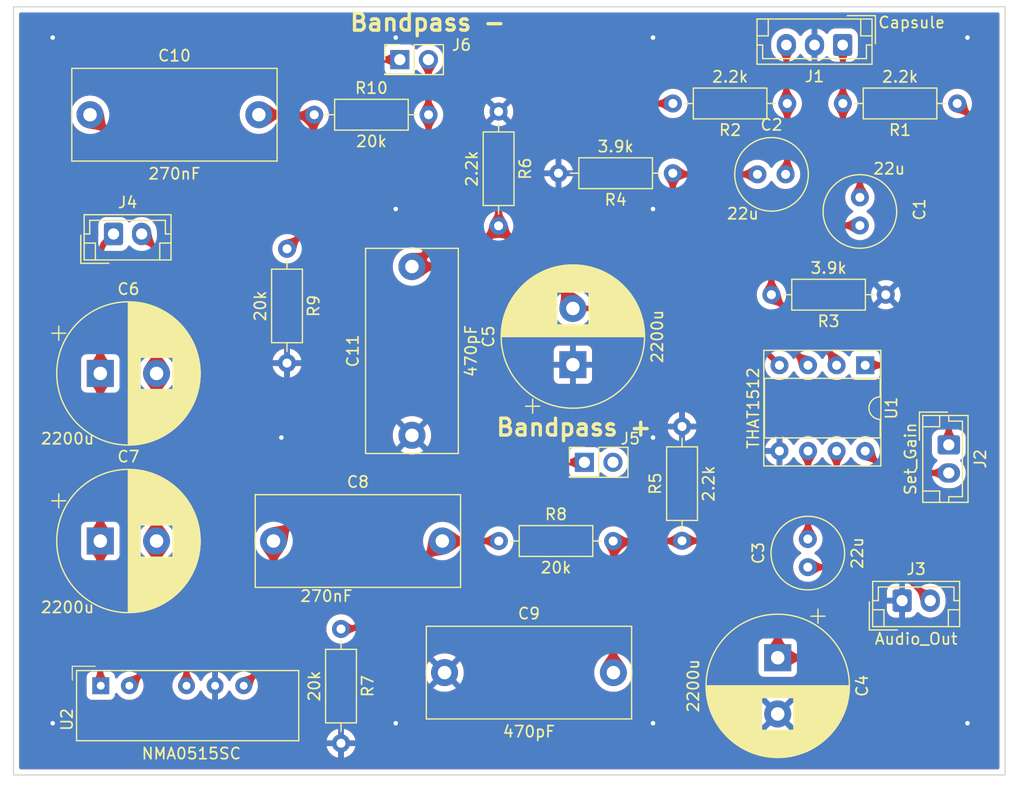
<source format=kicad_pcb>
(kicad_pcb (version 20211014) (generator pcbnew)
  (layers (0 "F.Cu" signal) (31 "B.Cu" signal) (34 "B.Paste" user) (35 "F.Paste" user) (36 "B.SilkS" user "B.Silkscreen") (37 "F.SilkS" user "F.Silkscreen") (38 "B.Mask" user) (39 "F.Mask" user) (44 "Edge.Cuts" user))
  (net 0 "")
  (net 1 "Net-(C1-Pad1)")
  (net 2 "Net-(C1-Pad2)")
  (net 3 "Net-(C2-Pad1)")
  (net 4 "Net-(C2-Pad2)")
  (net 5 "Net-(C3-Pad2)")
  (net 6 "Net-(C3-Pad1)")
  (net 7 "GND")
  (net 8 "Net-(C6-Pad1)")
  (net 9 "Net-(C6-Pad2)")
  (net 10 "Net-(J2-Pad1)")
  (net 11 "Net-(J2-Pad2)")
  (net 12 "/Bandpass+/B_OUT")
  (net 13 "/Bandpass-/B_OUT")
  (net 14 "/Bandpass+/B_IN")
  (net 15 "Net-(C8-Pad2)")
  (net 16 "/Bandpass-/B_IN")
  (net 17 "Net-(C10-Pad2)")
  (footprint "Resistor_THT:R_Axial_DIN0207_L6.3mm_D2.5mm_P10.16mm_Horizontal" (layer "F.Cu") (at 132.3 105.92 -90)
    (fp_text reference "R7")
    (fp_text value "20k")
  )
  (footprint "Capacitor_THT:C_Radial_D6.3mm_H11.0mm_P2.50mm" (layer "F.Cu") (at 169.3 65.5)
    (fp_text reference "C2")
    (fp_text value "22u")
  )
  (footprint "Capacitor_THT:CP_Radial_D12.5mm_P5.00mm" (layer "F.Cu") (at 152.9 82.423959 90)
    (fp_text reference "C5")
    (fp_text value "2200u")
  )
  (footprint "Resistor_THT:R_Axial_DIN0207_L6.3mm_D2.5mm_P10.16mm_Horizontal" (layer "F.Cu") (at 146.32 98.1)
    (fp_text reference "R8")
    (fp_text value "20k")
  )
  (footprint "Connector_JST:JST_EH_B2B-EH-A_1x02_P2.50mm_Vertical" (layer "F.Cu") (at 186.3 89.55 -90)
    (fp_text reference "J2")
    (fp_text value "Set_Gain")
  )
  (footprint "Connector_PinHeader_2.54mm:PinHeader_2x01_P2.54mm_Vertical" (layer "F.Cu") (at 153.925 91.1)
    (fp_text reference "J5")
    (fp_text value "Conn_02x01_Row_Letter_First")
  )
  (footprint "Capacitor_THT:C_Rect_L18.0mm_W8.0mm_P15.00mm_FKS3_FKP3" (layer "F.Cu") (at 110 60.2)
    (fp_text reference "C10")
    (fp_text value "270nF")
  )
  (footprint "Resistor_THT:R_Axial_DIN0207_L6.3mm_D2.5mm_P10.16mm_Horizontal" (layer "F.Cu") (at 187.05 59.2 180)
    (fp_text reference "R1")
    (fp_text value "2.2k")
  )
  (footprint "Capacitor_THT:C_Rect_L18.0mm_W8.0mm_P15.00mm_FKS3_FKP3" (layer "F.Cu") (at 138.6 88.7 90)
    (fp_text reference "C11")
    (fp_text value "470pF")
  )
  (footprint "Connector_JST:JST_EH_B2B-EH-A_1x02_P2.50mm_Vertical" (layer "F.Cu") (at 182.15 103.4)
    (fp_text reference "J3")
    (fp_text value "Audio_Out")
  )
  (footprint "Resistor_THT:R_Axial_DIN0207_L6.3mm_D2.5mm_P10.16mm_Horizontal" (layer "F.Cu") (at 129.92 60.2)
    (fp_text reference "R10")
    (fp_text value "20k")
  )
  (footprint "Connector_PinHeader_2.54mm:PinHeader_2x01_P2.54mm_Vertical" (layer "F.Cu") (at 137.525 55.3)
    (fp_text reference "J6")
    (fp_text value "Conn_02x01_Row_Letter_First")
  )
  (footprint "Connector_JST:JST_EH_B2B-EH-A_1x02_P2.50mm_Vertical" (layer "F.Cu") (at 112.085 70.8)
    (fp_text reference "J4")
    (fp_text value "Power")
  )
  (footprint "Resistor_THT:R_Axial_DIN0207_L6.3mm_D2.5mm_P10.16mm_Horizontal" (layer "F.Cu") (at 127.5 72.12 -90)
    (fp_text reference "R9")
    (fp_text value "20k")
  )
  (footprint "Capacitor_THT:C_Radial_D6.3mm_H11.0mm_P2.50mm" (layer "F.Cu") (at 178.4 67.55 -90)
    (fp_text reference "C1")
    (fp_text value "22u")
  )
  (footprint "Resistor_THT:R_Axial_DIN0207_L6.3mm_D2.5mm_P10.16mm_Horizontal" (layer "F.Cu") (at 146.3 59.92 -90)
    (fp_text reference "R6")
    (fp_text value "2.2k")
  )
  (footprint "Capacitor_THT:C_Rect_L18.0mm_W8.0mm_P15.00mm_FKS3_FKP3" (layer "F.Cu") (at 126.3 98.1)
    (fp_text reference "C8")
    (fp_text value "270nF")
  )
  (footprint "Resistor_THT:R_Axial_DIN0207_L6.3mm_D2.5mm_P10.16mm_Horizontal" (layer "F.Cu") (at 162.6 98.08 90)
    (fp_text reference "R5")
    (fp_text value "2.2k")
  )
  (footprint "Resistor_THT:R_Axial_DIN0207_L6.3mm_D2.5mm_P10.16mm_Horizontal" (layer "F.Cu") (at 171.95 59.2 180)
    (fp_text reference "R2")
    (fp_text value "2.2k")
  )
  (footprint "Capacitor_THT:CP_Radial_D12.5mm_P5.00mm" (layer "F.Cu") (at 110.911041 98.1)
    (fp_text reference "C7")
    (fp_text value "2200u")
  )
  (footprint "Converter_DCDC:Converter_DCDC_Murata_NMAxxxxSC_THT" (layer "F.Cu") (at 110.9525 110.9675 90)
    (fp_text reference "U2")
    (fp_text value "NMA0515SC")
  )
  (footprint "Resistor_THT:R_Axial_DIN0207_L6.3mm_D2.5mm_P10.16mm_Horizontal" (layer "F.Cu") (at 161.78 65.4 180)
    (fp_text reference "R4")
    (fp_text value "3.9k")
  )
  (footprint "Capacitor_THT:C_Rect_L18.0mm_W8.0mm_P15.00mm_FKS3_FKP3" (layer "F.Cu") (at 141.5 109.8)
    (fp_text reference "C9")
    (fp_text value "470pF")
  )
  (footprint "Capacitor_THT:C_Radial_D6.3mm_H11.0mm_P2.50mm" (layer "F.Cu") (at 173.775 100.425 90)
    (fp_text reference "C3")
    (fp_text value "22u")
  )
  (footprint "Connector_JST:JST_EH_B3B-EH-A_1x03_P2.50mm_Vertical" (layer "F.Cu") (at 176.87 54 180)
    (fp_text reference "J1")
    (fp_text value "Capsule")
  )
  (footprint "Capacitor_THT:CP_Radial_D12.5mm_P5.00mm" (layer "F.Cu") (at 110.911041 83.2)
    (fp_text reference "C6")
    (fp_text value "2200u")
  )
  (footprint "Resistor_THT:R_Axial_DIN0207_L6.3mm_D2.5mm_P10.16mm_Horizontal" (layer "F.Cu") (at 180.7 76.2 180)
    (fp_text reference "R3")
    (fp_text value "3.9k")
  )
  (footprint "Package_DIP:DIP-8_W7.62mm_Socket" (layer "F.Cu") (at 178.875 82.475 -90)
    (fp_text reference "U1")
    (fp_text value "THAT1512")
  )
  (footprint "Capacitor_THT:CP_Radial_D12.5mm_P5.00mm" (layer "F.Cu") (at 171.1 108.476041 -90)
    (fp_text reference "C4")
    (fp_text value "2200u")
  )
  (gr_rect (start 103.2 50.6) (end 191.3 118.9) (layer "Edge.Cuts") (width 0.1) (fill none))
  (gr_text "Bandpass +" (at 153 88) (layer "F.SilkS") (effects (font (size 1.5 1.5) (thickness 0.3))))
  (gr_text "Bandpass -" (at 140 52) (layer "F.SilkS") (effects (font (size 1.5 1.5) (thickness 0.3))))
  (segment (start 178.4 65.067731) (end 178.4 67.55) (width 0.5) (layer "F.Cu") (net 1))
  (segment (start 176.89 55.91) (end 176.89 54.034142) (width 0.5) (layer "F.Cu") (net 1))
  (segment (start 176.89 59.2) (end 176.89 60.556366) (width 0.5) (layer "F.Cu") (net 1))
  (segment (start 176.89 60.556366) (end 176.89 61.133634) (width 0.5) (layer "F.Cu") (net 1))
  (segment (start 176.89 61.133634) (end 176.89 61.422268) (width 0.5) (layer "F.Cu") (net 1))
  (segment (start 176.89 55.91) (end 176.89 59.2) (width 0.5) (layer "F.Cu") (net 1))
  (segment (start 176.88 53.99) (end 176.89 53.98) (width 0.5) (layer "F.Cu") (net 1))
  (arc (start 176.88 53.99) (mid 176.875857 54) (end 176.88 54.01) (width 0.5) (layer "F.Cu") (net 1))
  (arc (start 176.88 54.01) (mid 176.887401 54.021076) (end 176.89 54.034142) (width 0.5) (layer "F.Cu") (net 1))
  (arc (start 177.645 63.245) (mid 177.086218 62.408723) (end 176.89 61.422268) (width 0.5) (layer "F.Cu") (net 1))
  (arc (start 178.4 65.067731) (mid 178.203781 64.081276) (end 177.645 63.245) (width 0.5) (layer "F.Cu") (net 1))
  (segment (start 176.425 70.05) (end 178.4 70.05) (width 0.5) (layer "F.Cu") (net 2))
  (segment (start 176.335 82.235) (end 176.335 82.475) (width 0.5) (layer "F.Cu") (net 2))
  (segment (start 171.331959 76.991959) (end 176.165294 81.825294) (width 0.5) (layer "F.Cu") (net 2))
  (segment (start 171.331959 73.16804) (end 173.053464 71.446535) (width 0.5) (layer "F.Cu") (net 2))
  (arc (start 176.425 70.05) (mid 174.600337 70.412947) (end 173.053464 71.446535) (width 0.5) (layer "F.Cu") (net 2))
  (arc (start 176.335 82.235) (mid 176.290894 82.013268) (end 176.165294 81.825294) (width 0.5) (layer "F.Cu") (net 2))
  (arc (start 171.331959 76.991959) (mid 170.745823 76.114744) (end 170.54 75.08) (width 0.5) (layer "F.Cu") (net 2))
  (arc (start 171.331959 73.16804) (mid 170.745823 74.045254) (end 170.54 75.08) (width 0.5) (layer "F.Cu") (net 2))
  (segment (start 163.373792 72.053792) (end 173.795 82.475) (width 0.5) (layer "F.Cu") (net 3))
  (segment (start 161.78 65.47071) (end 161.78 68.206036) (width 0.5) (layer "F.Cu") (net 3))
  (segment (start 161.95071 65.5) (end 169.3 65.5) (width 0.5) (layer "F.Cu") (net 3))
  (arc (start 161.95071 65.5) (mid 161.885382 65.487005) (end 161.83 65.45) (width 0.5) (layer "F.Cu") (net 3))
  (arc (start 161.78 68.206036) (mid 162.194213 70.288426) (end 163.373792 72.053792) (width 0.5) (layer "F.Cu") (net 3))
  (arc (start 161.78 65.47071) (mid 161.79808 65.44365) (end 161.83 65.45) (width 0.5) (layer "F.Cu") (net 3))
  (segment (start 171.875 65.425) (end 171.8 65.5) (width 0.5) (layer "F.Cu") (net 4))
  (segment (start 171.91 59.24) (end 171.87 59.28) (width 0.5) (layer "F.Cu") (net 4))
  (segment (start 171.95 59.256568) (end 171.95 65.243933) (width 0.5) (layer "F.Cu") (net 4))
  (segment (start 171.87 59.063431) (end 171.87 54) (width 0.5) (layer "F.Cu") (net 4))
  (arc (start 171.95 59.256568) (mid 171.939604 59.204305) (end 171.91 59.16) (width 0.5) (layer "F.Cu") (net 4))
  (arc (start 171.91 59.24) (mid 171.926568 59.2) (end 171.91 59.16) (width 0.5) (layer "F.Cu") (net 4))
  (arc (start 171.95 65.243933) (mid 171.930508 65.341925) (end 171.875 65.425) (width 0.5) (layer "F.Cu") (net 4))
  (arc (start 171.91 59.16) (mid 171.880395 59.115693) (end 171.87 59.063431) (width 0.5) (layer "F.Cu") (net 4))
  (arc (start 171.95 59.256568) (mid 171.935535 59.23492) (end 171.91 59.24) (width 0.5) (layer "F.Cu") (net 4))
  (segment (start 173.785 97.915) (end 173.775 97.925) (width 0.5) (layer "F.Cu") (net 5))
  (segment (start 173.795 97.890857) (end 173.795 90.095) (width 0.5) (layer "F.Cu") (net 5))
  (arc (start 173.785 97.915) (mid 173.792401 97.903923) (end 173.795 97.890857) (width 0.5) (layer "F.Cu") (net 5))
  (segment (start 179.571357 100.425) (end 173.775 100.425) (width 0.5) (layer "F.Cu") (net 6))
  (segment (start 183.1625 101.9125) (end 184.65 103.4) (width 0.5) (layer "F.Cu") (net 6))
  (arc (start 183.1625 101.9125) (mid 181.514869 100.811588) (end 179.571357 100.425) (width 0.5) (layer "F.Cu") (net 6))
  (via (at 160.02 68.58) (size 0.8) (drill 0.4) (layers "F.Cu" "B.Cu") (net 7))
  (via (at 160.02 88.9) (size 0.8) (drill 0.4) (layers "F.Cu" "B.Cu") (net 7))
  (via (at 137.16 68.58) (size 0.8) (drill 0.4) (layers "F.Cu" "B.Cu") (net 7))
  (via (at 106.68 53.34) (size 0.8) (drill 0.4) (layers "F.Cu" "B.Cu") (net 7))
  (via (at 160.02 53.34) (size 0.8) (drill 0.4) (layers "F.Cu" "B.Cu") (net 7))
  (via (at 137.16 114.3) (size 0.8) (drill 0.4) (layers "F.Cu" "B.Cu") (net 7))
  (via (at 187.96 114.3) (size 0.8) (drill 0.4) (layers "F.Cu" "B.Cu") (net 7))
  (via (at 137.16 53.34) (size 0.8) (drill 0.4) (layers "F.Cu" "B.Cu") (net 7))
  (via (at 127 88.9) (size 0.8) (drill 0.4) (layers "F.Cu" "B.Cu") (net 7))
  (via (at 106.68 114.3) (size 0.8) (drill 0.4) (layers "F.Cu" "B.Cu") (net 7))
  (via (at 160.02 114.3) (size 0.8) (drill 0.4) (layers "F.Cu" "B.Cu") (net 7))
  (via (at 187.96 53.34) (size 0.8) (drill 0.4) (layers "F.Cu" "B.Cu") (net 7))
  (segment (start 110.911041 87.886288) (end 110.911041 93.413712) (width 0.5) (layer "F.Cu") (net 8))
  (segment (start 110.911041 78.513712) (end 110.911041 83.2) (width 0.5) (layer "F.Cu") (net 8))
  (segment (start 110.911041 83.2) (end 110.911041 87.886288) (width 0.5) (layer "F.Cu") (net 8))
  (segment (start 110.93177 110.94677) (end 110.9525 110.9675) (width 0.5) (layer "F.Cu") (net 8))
  (segment (start 110.911041 93.413712) (end 110.911041 98.1) (width 0.5) (layer "F.Cu") (net 8))
  (segment (start 110.911041 72.804073) (end 110.911041 78.513712) (width 0.5) (layer "F.Cu") (net 8))
  (segment (start 110.911041 110.896725) (end 110.911041 102.786288) (width 0.5) (layer "F.Cu") (net 8))
  (segment (start 111.49802 71.386979) (end 112.085 70.8) (width 0.5) (layer "F.Cu") (net 8))
  (segment (start 110.911041 98.1) (end 110.911041 102.786288) (width 0.5) (layer "F.Cu") (net 8))
  (arc (start 110.911041 72.804073) (mid 111.063591 72.037147) (end 111.49802 71.386979) (width 0.5) (layer "F.Cu") (net 8))
  (arc (start 110.93177 110.94677) (mid 110.916428 110.923809) (end 110.911041 110.896725) (width 0.5) (layer "F.Cu") (net 8))
  (segment (start 115.911041 98.1) (end 115.911041 102.786288) (width 0.5) (layer "F.Cu") (net 9))
  (segment (start 115.911041 83.2) (end 115.911041 87.886288) (width 0.5) (layer "F.Cu") (net 9))
  (segment (start 115.911041 93.413712) (end 115.911041 87.886288) (width 0.5) (layer "F.Cu") (net 9))
  (segment (start 115.911041 93.413712) (end 115.911041 98.1) (width 0.5) (layer "F.Cu") (net 9))
  (segment (start 115.911041 106.838792) (end 115.911041 102.786288) (width 0.5) (layer "F.Cu") (net 9))
  (segment (start 115.911041 78.513712) (end 115.911041 83.2) (width 0.5) (layer "F.Cu") (net 9))
  (segment (start 114.70177 109.758229) (end 113.4925 110.9675) (width 0.5) (layer "F.Cu") (net 9))
  (segment (start 115.911041 78.513712) (end 115.911041 73.063693) (width 0.5) (layer "F.Cu") (net 9))
  (segment (start 115.24802 71.46302) (end 114.585 70.8) (width 0.5) (layer "F.Cu") (net 9))
  (arc (start 115.911041 106.838792) (mid 115.596761 108.41878) (end 114.70177 109.758229) (width 0.5) (layer "F.Cu") (net 9))
  (arc (start 115.24802 71.46302) (mid 115.738727 72.197415) (end 115.911041 73.063693) (width 0.5) (layer "F.Cu") (net 9))
  (segment (start 186.3 85.931891) (end 186.3 89.55) (width 0.5) (layer "F.Cu") (net 10))
  (segment (start 182.843108 82.475) (end 178.875 82.475) (width 0.5) (layer "F.Cu") (net 10))
  (arc (start 182.843108 82.475) (mid 184.166003 82.73814) (end 185.2875 83.4875) (width 0.5) (layer "F.Cu") (net 10))
  (arc (start 186.3 85.931891) (mid 186.036859 84.608996) (end 185.2875 83.4875) (width 0.5) (layer "F.Cu") (net 10))
  (segment (start 182.212393 92.05) (end 186.3 92.05) (width 0.5) (layer "F.Cu") (net 11))
  (segment (start 179.8525 91.0725) (end 178.875 90.095) (width 0.5) (layer "F.Cu") (net 11))
  (arc (start 179.8525 91.0725) (mid 180.935228 91.795956) (end 182.212393 92.05) (width 0.5) (layer "F.Cu") (net 11))
  (segment (start 188.054548 99.754548) (end 186.093792 97.793792) (width 0.5) (layer "F.Cu") (net 12))
  (segment (start 162.614142 98.08) (end 164.59 98.08) (width 0.5) (layer "F.Cu") (net 12))
  (segment (start 189.2 104.078463) (end 189.2 103.153963) (width 0.5) (layer "F.Cu") (net 12))
  (segment (start 158.479998 98.1) (end 162.565857 98.1) (width 0.5) (layer "F.Cu") (net 12))
  (segment (start 176.335 93.186956) (end 176.335 90.095) (width 0.5) (layer "F.Cu") (net 12))
  (segment (start 189.2 98.556856) (end 189.2 62.870279) (width 0.5) (layer "F.Cu") (net 12))
  (segment (start 179.348043 96.2) (end 182.246036 96.2) (width 0.5) (layer "F.Cu") (net 12))
  (segment (start 189.2 98.556856) (end 189.2 103.153963) (width 0.5) (layer "F.Cu") (net 12))
  (segment (start 188.125 60.275) (end 187.05 59.2) (width 0.5) (layer "F.Cu") (net 12))
  (segment (start 156.48 109.765857) (end 156.48 100.099998) (width 0.5) (layer "F.Cu") (net 12))
  (segment (start 184.802422 108.476041) (end 173.099998 108.476041) (width 0.5) (layer "F.Cu") (net 12))
  (segment (start 156.49 109.79) (end 156.5 109.8) (width 0.5) (layer "F.Cu") (net 12))
  (segment (start 167.987142 99.487142) (end 169.506207 101.006207) (width 0.5) (layer "F.Cu") (net 12))
  (segment (start 171.1 106.476042) (end 171.1 104.853963) (width 0.5) (layer "F.Cu") (net 12))
  (arc (start 156.48 109.765857) (mid 156.482598 109.778923) (end 156.49 109.79) (width 0.5) (layer "F.Cu") (net 12))
  (arc (start 189.2 104.078463) (mid 188.865254 105.761343) (end 187.911979 107.18802) (width 0.5) (layer "F.Cu") (net 12))
  (arc (start 162.59 98.09) (mid 162.601076 98.082598) (end 162.614142 98.08) (width 0.5) (layer "F.Cu") (net 12))
  (arc (start 167.987142 99.487142) (mid 166.42852 98.445704) (end 164.59 98.08) (width 0.5) (layer "F.Cu") (net 12))
  (arc (start 162.59 98.09) (mid 162.578923 98.097401) (end 162.565857 98.1) (width 0.5) (layer "F.Cu") (net 12))
  (arc (start 188.125 60.275) (mid 188.920616 61.465724) (end 189.2 62.870279) (width 0.5) (layer "F.Cu") (net 12))
  (arc (start 179.348043 96.2) (mid 178.195001 95.970645) (end 177.2175 95.3175) (width 0.5) (layer "F.Cu") (net 12))
  (arc (start 188.054548 99.754548) (mid 188.902306 101.188092) (end 189.2 103.153963) (width 0.5) (layer "F.Cu") (net 12))
  (arc (start 171.1 104.853963) (mid 170.685786 102.771572) (end 169.506207 101.006207) (width 0.5) (layer "F.Cu") (net 12))
  (arc (start 156.48 100.099998) (mid 157.065785 98.685785) (end 158.479998 98.1) (width 0.5) (layer "F.Cu") (net 12))
  (arc (start 184.802422 108.476041) (mid 186.485302 108.141295) (end 187.911979 107.18802) (width 0.5) (layer "F.Cu") (net 12))
  (arc (start 171.1 106.476042) (mid 171.685785 107.890254) (end 173.099998 108.476041) (width 0.5) (layer "F.Cu") (net 12))
  (arc (start 189.2 98.556856) (mid 188.785786 99.638469) (end 188.054548 99.754548) (width 0.5) (layer "F.Cu") (net 12))
  (arc (start 182.246036 96.2) (mid 184.328426 96.614213) (end 186.093792 97.793792) (width 0.5) (layer "F.Cu") (net 12))
  (arc (start 176.335 93.186956) (mid 176.564354 94.339998) (end 177.2175 95.3175) (width 0.5) (layer "F.Cu") (net 12))
  (segment (start 151.606207 60.793792) (end 147.707142 64.692857) (width 0.5) (layer "F.Cu") (net 13))
  (segment (start 152.9 77.051979) (end 152.9 77.237969) (width 0.5) (layer "F.Cu") (net 13))
  (segment (start 144.122497 72.257502) (end 144.892857 71.487142) (width 0.5) (layer "F.Cu") (net 13))
  (segment (start 140.065 60.174393) (end 140.065 55.3) (width 0.5) (layer "F.Cu") (net 13))
  (segment (start 153.08599 77.423959) (end 163.949995 77.423959) (width 0.5) (layer "F.Cu") (net 13))
  (segment (start 155.453963 59.2) (end 161.79 59.2) (width 0.5) (layer "F.Cu") (net 13))
  (segment (start 140.08 71.173481) (end 140.08 60.210606) (width 0.5) (layer "F.Cu") (net 13))
  (segment (start 152.63697 76.41697) (end 147.707142 71.487142) (width 0.5) (layer "F.Cu") (net 13))
  (segment (start 167.797751 79.017751) (end 171.255 82.475) (width 0.5) (layer "F.Cu") (net 13))
  (segment (start 140.64 73.7) (end 139.646518 73.7) (width 0.5) (layer "F.Cu") (net 13))
  (arc (start 152.9 77.237969) (mid 152.954475 77.369483) (end 153.08599 77.423959) (width 0.5) (layer "F.Cu") (net 13))
  (arc (start 146.3 68.09) (mid 145.934295 69.92852) (end 144.892857 71.487142) (width 0.5) (layer "F.Cu") (net 13))
  (arc (start 146.3 68.09) (mid 146.665704 66.251479) (end 147.707142 64.692857) (width 0.5) (layer "F.Cu") (net 13))
  (arc (start 144.122497 72.257502) (mid 142.524714 73.325106) (end 140.64 73.7) (width 0.5) (layer "F.Cu") (net 13))
  (arc (start 140.0725 60.1925) (mid 140.07805 60.200807) (end 140.08 60.210606) (width 0.5) (layer "F.Cu") (net 13))
  (arc (start 167.797751 79.017751) (mid 166.032385 77.838172) (end 163.949995 77.423959) (width 0.5) (layer "F.Cu") (net 13))
  (arc (start 146.3 68.09) (mid 146.665704 69.92852) (end 147.707142 71.487142) (width 0.5) (layer "F.Cu") (net 13))
  (arc (start 147.707142 71.487142) (mid 146.299999 70.904284) (end 144.892857 71.487142) (width 0.5) (layer "F.Cu") (net 13))
  (arc (start 140.0725 60.1925) (mid 140.066949 60.184192) (end 140.065 60.174393) (width 0.5) (layer "F.Cu") (net 13))
  (arc (start 152.9 77.051979) (mid 152.83164 76.708314) (end 152.63697 76.41697) (width 0.5) (layer "F.Cu") (net 13))
  (arc (start 139.34 72.96) (mid 139.246032 73.432404) (end 139.646518 73.7) (width 0.5) (layer "F.Cu") (net 13))
  (arc (start 139.34 72.96) (mid 139.88768 72.140338) (end 140.08 71.173481) (width 0.5) (layer "F.Cu") (net 13))
  (arc (start 155.453963 59.2) (mid 153.371572 59.614213) (end 151.606207 60.793792) (width 0.5) (layer "F.Cu") (net 13))
  (segment (start 124.97625 109.64375) (end 123.6525 110.9675) (width 0.5) (layer "F.Cu") (net 14))
  (segment (start 131.706207 92.693792) (end 127.893792 96.506207) (width 0.5) (layer "F.Cu") (net 14))
  (segment (start 135.553963 91.1) (end 153.925 91.1) (width 0.5) (layer "F.Cu") (net 14))
  (segment (start 126.3 100.353963) (end 126.3 106.447934) (width 0.5) (layer "F.Cu") (net 14))
  (arc (start 135.553963 91.1) (mid 133.471572 91.514213) (end 131.706207 92.693792) (width 0.5) (layer "F.Cu") (net 14))
  (arc (start 124.97625 109.64375) (mid 125.955968 108.177497) (end 126.3 106.447934) (width 0.5) (layer "F.Cu") (net 14))
  (arc (start 127.893792 96.506207) (mid 126.714213 98.271572) (end 126.3 100.353963) (width 0.5) (layer "F.Cu") (net 14))
  (segment (start 133.897193 105.502806) (end 139.706207 99.693792) (width 0.5) (layer "F.Cu") (net 15))
  (segment (start 143.553963 98.1) (end 146.32 98.1) (width 0.5) (layer "F.Cu") (net 15))
  (segment (start 132.89 105.92) (end 132.3 105.92) (width 0.5) (layer "F.Cu") (net 15))
  (arc (start 133.897193 105.502806) (mid 133.435088 105.811574) (end 132.89 105.92) (width 0.5) (layer "F.Cu") (net 15))
  (arc (start 143.553963 98.1) (mid 141.471572 98.514213) (end 139.706207 99.693792) (width 0.5) (layer "F.Cu") (net 15))
  (segment (start 123.1 70.956856) (end 123.1 75.553963) (width 0.5) (layer "F.Cu") (net 16))
  (segment (start 118.5725 109.6475) (end 118.5725 110.9675) (width 0.5) (layer "F.Cu") (net 16))
  (segment (start 121.954548 72.154548) (end 110 60.2) (width 0.5) (layer "F.Cu") (net 16))
  (segment (start 118.614212 59.285787) (end 121.006206 56.893792) (width 0.5) (layer "F.Cu") (net 16))
  (segment (start 124.853963 55.3) (end 137.525 55.3) (width 0.5) (layer "F.Cu") (net 16))
  (segment (start 123.1 70.956856) (end 123.1 68.853963) (width 0.5) (layer "F.Cu") (net 16))
  (segment (start 118.614212 62.114212) (end 121.506207 65.006207) (width 0.5) (layer "F.Cu") (net 16))
  (segment (start 121.506207 105.393792) (end 119.50588 107.394118) (width 0.5) (layer "F.Cu") (net 16))
  (segment (start 123.1 75.553963) (end 123.1 101.546036) (width 0.5) (layer "F.Cu") (net 16))
  (arc (start 121.006206 56.893792) (mid 122.771572 55.714213) (end 124.853963 55.3) (width 0.5) (layer "F.Cu") (net 16))
  (arc (start 123.1 75.553963) (mid 122.802306 73.588092) (end 121.954548 72.154548) (width 0.5) (layer "F.Cu") (net 16))
  (arc (start 123.1 70.956856) (mid 122.685786 72.038469) (end 121.954548 72.154548) (width 0.5) (layer "F.Cu") (net 16))
  (arc (start 123.1 68.853963) (mid 122.685786 66.771572) (end 121.506207 65.006207) (width 0.5) (layer "F.Cu") (net 16))
  (arc (start 121.506207 105.393792) (mid 122.685786 103.628426) (end 123.1 101.546036) (width 0.5) (layer "F.Cu") (net 16))
  (arc (start 119.50588 107.394118) (mid 118.815077 108.427978) (end 118.5725 109.6475) (width 0.5) (layer "F.Cu") (net 16))
  (arc (start 118.614212 59.285787) (mid 118.028426 60.699999) (end 118.614212 62.114212) (width 0.5) (layer "F.Cu") (net 16))
  (segment (start 129.92 67.988801) (end 129.92 62.199998) (width 0.5) (layer "F.Cu") (net 17))
  (segment (start 128.71 70.91) (end 127.5 72.12) (width 0.5) (layer "F.Cu") (net 17))
  (segment (start 127.920001 60.2) (end 125 60.2) (width 0.5) (layer "F.Cu") (net 17))
  (arc (start 128.71 70.91) (mid 129.605531 69.569742) (end 129.92 67.988801) (width 0.5) (layer "F.Cu") (net 17))
  (arc (start 127.920001 60.2) (mid 129.334213 60.785785) (end 129.92 62.199998) (width 0.5) (layer "F.Cu") (net 17))
  (zone (net 8) (net_name "Net-(C6-Pad1)") (layer "F.Cu") (priority 16962) (connect_pads yes (clearance 0)) (min_thickness 0.0254) (fill yes (thermal_gap 0.508) (thermal_bridge_width 0.508))
    (polygon (pts (xy 110.661041 80.81) (xy 110.648305 81.088824) (xy 110.612068 81.319326) (xy 110.555289 81.511947) (xy 110.480924 81.677132) (xy 110.391931 81.825325) (xy 110.291266 81.966969) (xy 110.181887 82.112508) (xy 110.066752 82.272386) (xy 109.948817 82.457046) (xy 109.831041 82.676933) (xy 110.911041 83.8) (xy 111.991041 82.676933) (xy 111.873264 82.457046) (xy 111.755329 82.272386) (xy 111.640194 82.112508) (xy 111.530815 81.966969) (xy 111.43015 81.825325) (xy 111.341157 81.677132) (xy 111.266792 81.511947) (xy 111.210013 81.319326) (xy 111.173776 81.088824) (xy 111.161041 80.81)))
  )
  (zone (net 2) (net_name "Net-(C1-Pad2)") (layer "F.Cu") (priority 16962) (connect_pads yes (clearance 0)) (min_thickness 0.0254) (fill yes (thermal_gap 0.508) (thermal_bridge_width 0.508))
    (polygon (pts (xy 176.81 70.3) (xy 176.99224 70.306485) (xy 177.144934 70.325148) (xy 177.274319 70.354799) (xy 177.386632 70.394246) (xy 177.48811 70.4423) (xy 177.58499 70.49777) (xy 177.683511 70.559465) (xy 177.789909 70.626195) (xy 177.910423 70.69677) (xy 178.051289 70.77) (xy 178.8 70.05) (xy 178.051289 69.33) (xy 177.910423 69.403229) (xy 177.789909 69.473804) (xy 177.683511 69.540534) (xy 177.58499 69.602229) (xy 177.48811 69.657699) (xy 177.386632 69.705753) (xy 177.274319 69.7452) (xy 177.144934 69.774851) (xy 176.99224 69.793514) (xy 176.81 69.8)))
  )
  (zone (net 4) (net_name "Net-(C2-Pad2)") (layer "F.Cu") (priority 16962) (connect_pads yes (clearance 0)) (min_thickness 0.0254) (fill yes (thermal_gap 0.508) (thermal_bridge_width 0.508))
    (polygon (pts (xy 171.62 57.6) (xy 171.613727 57.790918) (xy 171.595826 57.951111) (xy 171.567669 58.087229) (xy 171.530633 58.205924) (xy 171.48609 58.313846) (xy 171.435414 58.417647) (xy 171.379981 58.523978) (xy 171.321164 58.63949) (xy 171.260338 58.770834) (xy 171.198876 58.924662) (xy 171.989801 59.598014) (xy 172.631728 58.781376) (xy 172.547451 58.651768) (xy 172.467973 58.540304) (xy 172.394252 58.441137) (xy 172.327248 58.348417) (xy 172.267919 58.256297) (xy 172.217227 58.158928) (xy 172.176129 58.050462) (xy 172.145585 57.925051) (xy 172.126556 57.776846) (xy 172.12 57.6)))
  )
  (zone (net 12) (net_name "/Bandpass+/B_OUT") (layer "F.Cu") (priority 16962) (connect_pads yes (clearance 0)) (min_thickness 0.0254) (fill yes (thermal_gap 0.508) (thermal_bridge_width 0.508))
    (polygon (pts (xy 158.07 97.85) (xy 157.887759 97.843514) (xy 157.735065 97.824851) (xy 157.60568 97.7952) (xy 157.493367 97.755753) (xy 157.391889 97.707699) (xy 157.295009 97.652229) (xy 157.196488 97.590534) (xy 157.09009 97.523804) (xy 156.969576 97.453229) (xy 156.828711 97.38) (xy 156.08 98.1) (xy 156.828711 98.82) (xy 156.969576 98.74677) (xy 157.09009 98.676195) (xy 157.196488 98.609465) (xy 157.295009 98.54777) (xy 157.391889 98.4923) (xy 157.493367 98.444246) (xy 157.60568 98.404799) (xy 157.735065 98.375148) (xy 157.887759 98.356485) (xy 158.07 98.35)))
  )
  (zone (net 16) (net_name "/Bandpass-/B_IN") (layer "F.Cu") (priority 16962) (connect_pads yes (clearance 0)) (min_thickness 0.0254) (fill yes (thermal_gap 0.508) (thermal_bridge_width 0.508))
    (polygon (pts (xy 111.866761 61.713208) (xy 111.678607 61.507043) (xy 111.541241 61.318431) (xy 111.445186 61.142079) (xy 111.380967 60.972691) (xy 111.339107 60.804975) (xy 111.31013 60.633637) (xy 111.284561 60.453383) (xy 111.252923 60.25892) (xy 111.205742 60.044953) (xy 111.13354 59.80619) (xy 109.575736 59.775736) (xy 109.60619 61.33354) (xy 109.844953 61.405742) (xy 110.05892 61.452923) (xy 110.253383 61.484561) (xy 110.433637 61.51013) (xy 110.604975 61.539107) (xy 110.772691 61.580967) (xy 110.942079 61.645186) (xy 111.118431 61.741241) (xy 111.307043 61.878607) (xy 111.513208 62.066761)))
  )
  (zone (net 12) (net_name "/Bandpass+/B_OUT") (layer "F.Cu") (priority 16962) (connect_pads yes (clearance 0)) (min_thickness 0.0254) (fill yes (thermal_gap 0.508) (thermal_bridge_width 0.508))
    (polygon (pts (xy 161 98.35) (xy 161.185347 98.356403) (xy 161.340738 98.374804) (xy 161.472539 98.403992) (xy 161.587115 98.442753) (xy 161.690834 98.489876) (xy 161.790062 98.544149) (xy 161.891166 98.604359) (xy 162.000511 98.669294) (xy 162.124464 98.737741) (xy 162.269392 98.80849) (xy 162.999875 98.070004) (xy 162.233403 97.36894) (xy 162.094565 97.445398) (xy 161.975609 97.518508) (xy 161.870371 97.587162) (xy 161.772686 97.650253) (xy 161.67639 97.706675) (xy 161.575319 97.75532) (xy 161.463309 97.795082) (xy 161.334195 97.824854) (xy 161.181813 97.843529) (xy 161 97.85)))
  )
  (zone (net 16) (net_name "/Bandpass-/B_IN") (layer "F.Cu") (priority 16962) (connect_pads yes (clearance 0)) (min_thickness 0.0254) (fill yes (thermal_gap 0.508) (thermal_bridge_width 0.508))
    (polygon (pts (xy 135.835 55.55) (xy 136.029271 55.557265) (xy 136.191661 55.578122) (xy 136.328933 55.61116) (xy 136.447847 55.654968) (xy 136.555166 55.708135) (xy 136.657652 55.769252) (xy 136.762066 55.836907) (xy 136.875169 55.90969) (xy 137.003725 55.986191) (xy 137.154494 56.065) (xy 137.95 55.3) (xy 137.154494 54.535) (xy 137.003725 54.613808) (xy 136.875169 54.690309) (xy 136.762066 54.763092) (xy 136.657652 54.830747) (xy 136.555166 54.891864) (xy 136.447847 54.945031) (xy 136.328933 54.988839) (xy 136.191661 55.021877) (xy 136.029271 55.042734) (xy 135.835 55.05)))
  )
  (zone (net 8) (net_name "Net-(C6-Pad1)") (layer "F.Cu") (priority 16962) (connect_pads yes (clearance 0)) (min_thickness 0.0254) (fill yes (thermal_gap 0.508) (thermal_bridge_width 0.508))
    (polygon (pts (xy 111.161041 100.49) (xy 111.173776 100.211175) (xy 111.210013 99.980673) (xy 111.266792 99.788052) (xy 111.341157 99.622867) (xy 111.43015 99.474674) (xy 111.530815 99.33303) (xy 111.640194 99.187491) (xy 111.755329 99.027613) (xy 111.873264 98.842953) (xy 111.991041 98.623067) (xy 110.911041 97.5) (xy 109.831041 98.623067) (xy 109.948817 98.842953) (xy 110.066752 99.027613) (xy 110.181887 99.187491) (xy 110.291266 99.33303) (xy 110.391931 99.474674) (xy 110.480924 99.622867) (xy 110.555289 99.788052) (xy 110.612068 99.980673) (xy 110.648305 100.211175) (xy 110.661041 100.49)))
  )
  (zone (net 13) (net_name "/Bandpass-/B_OUT") (layer "F.Cu") (priority 16962) (connect_pads yes (clearance 0)) (min_thickness 0.0254) (fill yes (thermal_gap 0.508) (thermal_bridge_width 0.508))
    (polygon (pts (xy 139.83 71.913037) (xy 139.804034 72.137225) (xy 139.730462 72.29297) (xy 139.615767 72.392702) (xy 139.466435 72.448849) (xy 139.288949 72.473839) (xy 139.089795 72.480103) (xy 138.875457 72.480067) (xy 138.652421 72.486163) (xy 138.42717 72.510817) (xy 138.20619 72.56646) (xy 138.175736 74.124264) (xy 139.8 73.7) (xy 139.81484 73.477269) (xy 139.85512 73.290958) (xy 139.914479 73.131078) (xy 139.98656 72.987643) (xy 140.065 72.850663) (xy 140.14344 72.710152) (xy 140.21552 72.556121) (xy 140.27488 72.378584) (xy 140.31516 72.167552) (xy 140.33 71.913037)))
  )
  (zone (net 9) (net_name "Net-(C6-Pad2)") (layer "F.Cu") (priority 16962) (connect_pads yes (clearance 0)) (min_thickness 0.0254) (fill yes (thermal_gap 0.508) (thermal_bridge_width 0.508))
    (polygon (pts (xy 116.161041 85.59) (xy 116.173776 85.311175) (xy 116.210013 85.080673) (xy 116.266792 84.888052) (xy 116.341157 84.722867) (xy 116.43015 84.574674) (xy 116.530815 84.43303) (xy 116.640194 84.287491) (xy 116.755329 84.127613) (xy 116.873264 83.942953) (xy 116.991041 83.723067) (xy 115.911041 82.6) (xy 114.831041 83.723067) (xy 114.948817 83.942953) (xy 115.066752 84.127613) (xy 115.181887 84.287491) (xy 115.291266 84.43303) (xy 115.391931 84.574674) (xy 115.480924 84.722867) (xy 115.555289 84.888052) (xy 115.612068 85.080673) (xy 115.648305 85.311175) (xy 115.661041 85.59)))
  )
  (zone (net 3) (net_name "Net-(C2-Pad1)") (layer "F.Cu") (priority 16962) (connect_pads yes (clearance 0)) (min_thickness 0.0254) (fill yes (thermal_gap 0.508) (thermal_bridge_width 0.508))
    (polygon (pts (xy 172.493924 81.527478) (xy 172.618201 81.660927) (xy 172.712975 81.782095) (xy 172.783498 81.894549) (xy 172.835021 82.00186) (xy 172.872798 82.107594) (xy 172.90208 82.215322) (xy 172.92812 82.328612) (xy 172.956169 82.451032) (xy 172.991481 82.586152) (xy 173.039307 82.73754) (xy 174.077842 82.757842) (xy 174.05754 81.719307) (xy 173.906152 81.671481) (xy 173.771032 81.636169) (xy 173.648612 81.60812) (xy 173.535322 81.58208) (xy 173.427594 81.552798) (xy 173.32186 81.515021) (xy 173.214549 81.463498) (xy 173.102095 81.392975) (xy 172.980927 81.298201) (xy 172.847478 81.173924)))
  )
  (zone (net 9) (net_name "Net-(C6-Pad2)") (layer "F.Cu") (priority 16962) (connect_pads yes (clearance 0)) (min_thickness 0.0254) (fill yes (thermal_gap 0.508) (thermal_bridge_width 0.508))
    (polygon (pts (xy 116.161041 100.49) (xy 116.173776 100.211175) (xy 116.210013 99.980673) (xy 116.266792 99.788052) (xy 116.341157 99.622867) (xy 116.43015 99.474674) (xy 116.530815 99.33303) (xy 116.640194 99.187491) (xy 116.755329 99.027613) (xy 116.873264 98.842953) (xy 116.991041 98.623067) (xy 115.911041 97.5) (xy 114.831041 98.623067) (xy 114.948817 98.842953) (xy 115.066752 99.027613) (xy 115.181887 99.187491) (xy 115.291266 99.33303) (xy 115.391931 99.474674) (xy 115.480924 99.622867) (xy 115.555289 99.788052) (xy 115.612068 99.980673) (xy 115.648305 100.211175) (xy 115.661041 100.49)))
  )
  (zone (net 2) (net_name "Net-(C1-Pad2)") (layer "F.Cu") (priority 16962) (connect_pads yes (clearance 0)) (min_thickness 0.0254) (fill yes (thermal_gap 0.508) (thermal_bridge_width 0.508))
    (polygon (pts (xy 170.29 74.61) (xy 170.283514 74.79224) (xy 170.264851 74.944934) (xy 170.2352 75.074319) (xy 170.195753 75.186632) (xy 170.147699 75.28811) (xy 170.092229 75.38499) (xy 170.030534 75.483511) (xy 169.963804 75.589909) (xy 169.893229 75.710423) (xy 169.82 75.851289) (xy 170.54 76.6) (xy 171.26 75.851289) (xy 171.18677 75.710423) (xy 171.116195 75.589909) (xy 171.049465 75.483511) (xy 170.98777 75.38499) (xy 170.9323 75.28811) (xy 170.884246 75.186632) (xy 170.844799 75.074319) (xy 170.815148 74.944934) (xy 170.796485 74.79224) (xy 170.79 74.61)))
  )
  (zone (net 3) (net_name "Net-(C2-Pad1)") (layer "F.Cu") (priority 16962) (connect_pads yes (clearance 0)) (min_thickness 0.0254) (fill yes (thermal_gap 0.508) (thermal_bridge_width 0.508))
    (polygon (pts (xy 163.38 65.25) (xy 163.204708 65.243416) (xy 163.057797 65.224276) (xy 162.933527 65.193493) (xy 162.826156 65.151982) (xy 162.729943 65.100656) (xy 162.639148 65.04043) (xy 162.548029 64.972219) (xy 162.450846 64.896936) (xy 162.341858 64.815496) (xy 162.215324 64.728813) (xy 161.383089 65.350387) (xy 162.036714 66.157692) (xy 162.193418 66.099505) (xy 162.327176 66.041382) (xy 162.444729 65.98475) (xy 162.552815 65.931036) (xy 162.658176 65.881669) (xy 162.767551 65.838075) (xy 162.887681 65.801684) (xy 163.025306 65.773922) (xy 163.187165 65.756218) (xy 163.38 65.75)))
  )
  (zone (net 17) (net_name "Net-(C10-Pad2)") (layer "F.Cu") (priority 16962) (connect_pads yes (clearance 0)) (min_thickness 0.0254) (fill yes (thermal_gap 0.508) (thermal_bridge_width 0.508))
    (polygon (pts (xy 128.33 60.45) (xy 128.51224 60.456485) (xy 128.664934 60.475148) (xy 128.794319 60.504799) (xy 128.906632 60.544246) (xy 129.00811 60.5923) (xy 129.10499 60.64777) (xy 129.203511 60.709465) (xy 129.309909 60.776195) (xy 129.430423 60.84677) (xy 129.571289 60.92) (xy 130.32 60.2) (xy 129.571289 59.48) (xy 129.430423 59.553229) (xy 129.309909 59.623804) (xy 129.203511 59.690534) (xy 129.10499 59.752229) (xy 129.00811 59.807699) (xy 128.906632 59.855753) (xy 128.794319 59.8952) (xy 128.664934 59.924851) (xy 128.51224 59.943514) (xy 128.33 59.95)))
  )
  (zone (net 13) (net_name "/Bandpass-/B_OUT") (layer "F.Cu") (priority 16962) (connect_pads yes (clearance 0)) (min_thickness 0.0254) (fill yes (thermal_gap 0.508) (thermal_bridge_width 0.508))
    (polygon (pts (xy 160.2 59.45) (xy 160.38224 59.456485) (xy 160.534934 59.475148) (xy 160.664319 59.504799) (xy 160.776632 59.544246) (xy 160.87811 59.5923) (xy 160.97499 59.64777) (xy 161.073511 59.709465) (xy 161.179909 59.776195) (xy 161.300423 59.84677) (xy 161.441289 59.92) (xy 162.19 59.2) (xy 161.441289 58.48) (xy 161.300423 58.553229) (xy 161.179909 58.623804) (xy 161.073511 58.690534) (xy 160.97499 58.752229) (xy 160.87811 58.807699) (xy 160.776632 58.855753) (xy 160.664319 58.8952) (xy 160.534934 58.924851) (xy 160.38224 58.943514) (xy 160.2 58.95)))
  )
  (zone (net 8) (net_name "Net-(C6-Pad1)") (layer "F.Cu") (priority 16962) (connect_pads yes (clearance 0)) (min_thickness 0.0254) (fill yes (thermal_gap 0.508) (thermal_bridge_width 0.508))
    (polygon (pts (xy 110.661041 109.466041) (xy 110.655475 109.641582) (xy 110.639474 109.789175) (xy 110.614075 109.914772) (xy 110.580319 110.024328) (xy 110.539246 110.123798) (xy 110.491895 110.219136) (xy 110.439307 110.316298) (xy 110.382521 110.421236) (xy 110.322577 110.539907) (xy 110.260516 110.678264) (xy 110.973157 111.34193) (xy 111.608465 110.603895) (xy 111.53472 110.478102) (xy 111.465195 110.369725) (xy 111.400724 110.273234) (xy 111.342142 110.183098) (xy 111.290282 110.093787) (xy 111.245981 109.99977) (xy 111.210071 109.895517) (xy 111.183388 109.775498) (xy 111.166767 109.634183) (xy 111.161041 109.466041)))
  )
  (zone (net 8) (net_name "Net-(C6-Pad1)") (layer "F.Cu") (priority 16962) (connect_pads yes (clearance 0)) (min_thickness 0.0254) (fill yes (thermal_gap 0.508) (thermal_bridge_width 0.508))
    (polygon (pts (xy 111.161041 85.59) (xy 111.173776 85.311175) (xy 111.210013 85.080673) (xy 111.266792 84.888052) (xy 111.341157 84.722867) (xy 111.43015 84.574674) (xy 111.530815 84.43303) (xy 111.640194 84.287491) (xy 111.755329 84.127613) (xy 111.873264 83.942953) (xy 111.991041 83.723067) (xy 110.911041 82.6) (xy 109.831041 83.723067) (xy 109.948817 83.942953) (xy 110.066752 84.127613) (xy 110.181887 84.287491) (xy 110.291266 84.43303) (xy 110.391931 84.574674) (xy 110.480924 84.722867) (xy 110.555289 84.888052) (xy 110.612068 85.080673) (xy 110.648305 85.311175) (xy 110.661041 85.59)))
  )
  (zone (net 6) (net_name "Net-(C3-Pad1)") (layer "F.Cu") (priority 16962) (connect_pads yes (clearance 0)) (min_thickness 0.0254) (fill yes (thermal_gap 0.508) (thermal_bridge_width 0.508))
    (polygon (pts (xy 175.365 100.175) (xy 175.182759 100.168514) (xy 175.030065 100.149851) (xy 174.90068 100.1202) (xy 174.788367 100.080753) (xy 174.686889 100.032699) (xy 174.590009 99.977229) (xy 174.491488 99.915534) (xy 174.38509 99.848804) (xy 174.264576 99.778229) (xy 174.123711 99.705) (xy 173.375 100.425) (xy 174.123711 101.145) (xy 174.264576 101.07177) (xy 174.38509 101.001195) (xy 174.491488 100.934465) (xy 174.590009 100.87277) (xy 174.686889 100.8173) (xy 174.788367 100.769246) (xy 174.90068 100.729799) (xy 175.030065 100.700148) (xy 175.182759 100.681485) (xy 175.365 100.675)))
  )
  (zone (net 15) (net_name "Net-(C8-Pad2)") (layer "F.Cu") (priority 16962) (connect_pads yes (clearance 0)) (min_thickness 0.0254) (fill yes (thermal_gap 0.508) (thermal_bridge_width 0.508))
    (polygon (pts (xy 133.600208 105.446239) (xy 133.499331 105.528726) (xy 133.4041 105.571637) (xy 133.312874 105.580889) (xy 133.224015 105.562395) (xy 133.135882 105.52207) (xy 133.046834 105.465829) (xy 132.955234 105.399586) (xy 132.859439 105.329258) (xy 132.757812 105.260757) (xy 132.648711 105.2) (xy 131.9 105.92) (xy 132.865685 106.485685) (xy 132.978303 106.384327) (xy 133.084412 106.308784) (xy 133.186135 106.252105) (xy 133.285596 106.207341) (xy 133.384918 106.167542) (xy 133.486224 106.125759) (xy 133.591638 106.075042) (xy 133.703284 106.008441) (xy 133.823283 105.919008) (xy 133.953761 105.799792)))
  )
  (zone (net 17) (net_name "Net-(C10-Pad2)") (layer "F.Cu") (priority 16962) (connect_pads yes (clearance 0)) (min_thickness 0.0254) (fill yes (thermal_gap 0.508) (thermal_bridge_width 0.508))
    (polygon (pts (xy 130.17 61.79) (xy 130.176485 61.607759) (xy 130.195148 61.455065) (xy 130.224799 61.32568) (xy 130.264246 61.213367) (xy 130.3123 61.111889) (xy 130.36777 61.015009) (xy 130.429465 60.916488) (xy 130.496195 60.81009) (xy 130.56677 60.689576) (xy 130.64 60.548711) (xy 129.92 59.8) (xy 129.2 60.548711) (xy 129.273229 60.689576) (xy 129.343804 60.81009) (xy 129.410534 60.916488) (xy 129.472229 61.015009) (xy 129.527699 61.111889) (xy 129.575753 61.213367) (xy 129.6152 61.32568) (xy 129.644851 61.455065) (xy 129.663514 61.607759) (xy 129.67 61.79)))
  )
  (zone (net 13) (net_name "/Bandpass-/B_OUT") (layer "F.Cu") (priority 16962) (connect_pads yes (clearance 0)) (min_thickness 0.0254) (fill yes (thermal_gap 0.508) (thermal_bridge_width 0.508))
    (polygon (pts (xy 146.05 68.49) (xy 146.043514 68.67224) (xy 146.024851 68.824934) (xy 145.9952 68.954319) (xy 145.955753 69.066632) (xy 145.907699 69.16811) (xy 145.852229 69.26499) (xy 145.790534 69.363511) (xy 145.723804 69.469909) (xy 145.653229 69.590423) (xy 145.58 69.731289) (xy 146.3 70.48) (xy 147.02 69.731289) (xy 146.94677 69.590423) (xy 146.876195 69.469909) (xy 146.809465 69.363511) (xy 146.74777 69.26499) (xy 146.6923 69.16811) (xy 146.644246 69.066632) (xy 146.604799 68.954319) (xy 146.575148 68.824934) (xy 146.556485 68.67224) (xy 146.55 68.49)))
  )
  (zone (net 12) (net_name "/Bandpass+/B_OUT") (layer "F.Cu") (priority 16962) (connect_pads yes (clearance 0)) (min_thickness 0.0254) (fill yes (thermal_gap 0.508) (thermal_bridge_width 0.508))
    (polygon (pts (xy 156.73 99.69) (xy 156.736485 99.507759) (xy 156.755148 99.355065) (xy 156.784799 99.22568) (xy 156.824246 99.113367) (xy 156.8723 99.011889) (xy 156.92777 98.915009) (xy 156.989465 98.816488) (xy 157.056195 98.71009) (xy 157.12677 98.589576) (xy 157.2 98.448711) (xy 156.48 97.7) (xy 155.76 98.448711) (xy 155.833229 98.589576) (xy 155.903804 98.71009) (xy 155.970534 98.816488) (xy 156.032229 98.915009) (xy 156.087699 99.011889) (xy 156.135753 99.113367) (xy 156.1752 99.22568) (xy 156.204851 99.355065) (xy 156.223514 99.507759) (xy 156.23 99.69)))
  )
  (zone (net 17) (net_name "Net-(C10-Pad2)") (layer "F.Cu") (priority 16962) (connect_pads yes (clearance 0)) (min_thickness 0.0254) (fill yes (thermal_gap 0.508) (thermal_bridge_width 0.508))
    (polygon (pts (xy 127.39 59.95) (xy 127.111175 59.937264) (xy 126.880673 59.901027) (xy 126.688052 59.844248) (xy 126.522867 59.769883) (xy 126.374674 59.68089) (xy 126.23303 59.580225) (xy 126.087491 59.470846) (xy 125.927613 59.355711) (xy 125.742953 59.237776) (xy 125.523067 59.12) (xy 124.4 60.2) (xy 125.523067 61.28) (xy 125.742953 61.162223) (xy 125.927613 61.044288) (xy 126.087491 60.929153) (xy 126.23303 60.819774) (xy 126.374674 60.719109) (xy 126.522867 60.630116) (xy 126.688052 60.555751) (xy 126.880673 60.498972) (xy 127.111175 60.462735) (xy 127.39 60.45)))
  )
  (zone (net 10) (net_name "Net-(J2-Pad1)") (layer "F.Cu") (priority 16962) (connect_pads yes (clearance 0)) (min_thickness 0.0254) (fill yes (thermal_gap 0.508) (thermal_bridge_width 0.508))
    (polygon (pts (xy 186.05 87.86) (xy 186.042734 88.054271) (xy 186.021877 88.216661) (xy 185.988839 88.353933) (xy 185.945031 88.472847) (xy 185.891864 88.580166) (xy 185.830747 88.682652) (xy 185.763092 88.787066) (xy 185.690309 88.900169) (xy 185.613808 89.028725) (xy 185.535 89.179494) (xy 186.3 89.975) (xy 187.065 89.179494) (xy 186.986191 89.028725) (xy 186.90969 88.900169) (xy 186.836907 88.787066) (xy 186.769252 88.682652) (xy 186.708135 88.580166) (xy 186.654968 88.472847) (xy 186.61116 88.353933) (xy 186.578122 88.216661) (xy 186.557265 88.054271) (xy 186.55 87.86)))
  )
  (zone (net 8) (net_name "Net-(C6-Pad1)") (layer "F.Cu") (priority 16962) (connect_pads yes (clearance 0)) (min_thickness 0.0254) (fill yes (thermal_gap 0.508) (thermal_bridge_width 0.508))
    (polygon (pts (xy 111.344368 72.009593) (xy 111.364136 71.848482) (xy 111.42 71.74) (xy 111.506802 71.674412) (xy 111.619382 71.641986) (xy 111.75258 71.632989) (xy 111.901238 71.637688) (xy 112.060196 71.646351) (xy 112.224294 71.649243) (xy 112.388374 71.636633) (xy 112.547276 71.598787) (xy 112.568847 70.495343) (xy 111.418327 70.795863) (xy 111.402256 70.951738) (xy 111.358635 71.078906) (xy 111.294351 71.185256) (xy 111.216293 71.278679) (xy 111.131347 71.367065) (xy 111.046401 71.458303) (xy 110.968343 71.560285) (xy 110.904059 71.680901) (xy 110.859898 71.827992) (xy 110.843828 72.009545)))
  )
  (zone (net 9) (net_name "Net-(C6-Pad2)") (layer "F.Cu") (priority 16962) (connect_pads yes (clearance 0)) (min_thickness 0.0254) (fill yes (thermal_gap 0.508) (thermal_bridge_width 0.508))
    (polygon (pts (xy 114.369312 109.737135) (xy 114.244905 109.853471) (xy 114.132133 109.942949) (xy 114.027641 110.010295) (xy 113.928077 110.060235) (xy 113.830087 110.097496) (xy 113.730317 110.126804) (xy 113.625413 110.152886) (xy 113.512023 110.180468) (xy 113.386793 110.214276) (xy 113.246369 110.259038) (xy 113.227335 111.232665) (xy 114.200962 111.213631) (xy 114.245723 111.073206) (xy 114.279531 110.947976) (xy 114.307113 110.834586) (xy 114.333195 110.729682) (xy 114.362503 110.629912) (xy 114.399764 110.531922) (xy 114.449704 110.432358) (xy 114.51705 110.327866) (xy 114.606528 110.215094) (xy 114.722865 110.090688)))
  )
  (zone (net 14) (net_name "/Bandpass+/B_IN") (layer "F.Cu") (priority 16962) (connect_pads yes (clearance 0)) (min_thickness 0.0254) (fill yes (thermal_gap 0.508) (thermal_bridge_width 0.508))
    (polygon (pts (xy 124.529312 109.737135) (xy 124.404905 109.853471) (xy 124.292133 109.942949) (xy 124.187641 110.010295) (xy 124.088077 110.060235) (xy 123.990087 110.097496) (xy 123.890317 110.126804) (xy 123.785413 110.152886) (xy 123.672023 110.180468) (xy 123.546793 110.214276) (xy 123.406369 110.259038) (xy 123.387335 111.232665) (xy 124.360962 111.213631) (xy 124.405723 111.073206) (xy 124.439531 110.947976) (xy 124.467113 110.834586) (xy 124.493195 110.729682) (xy 124.522503 110.629912) (xy 124.559764 110.531922) (xy 124.609704 110.432358) (xy 124.67705 110.327866) (xy 124.766528 110.215094) (xy 124.882865 110.090688)))
  )
  (zone (net 17) (net_name "Net-(C10-Pad2)") (layer "F.Cu") (priority 16962) (connect_pads yes (clearance 0)) (min_thickness 0.0254) (fill yes (thermal_gap 0.508) (thermal_bridge_width 0.508))
    (polygon (pts (xy 128.447522 70.818924) (xy 128.314072 70.943201) (xy 128.192904 71.037975) (xy 128.08045 71.108498) (xy 127.973139 71.160021) (xy 127.867405 71.197798) (xy 127.759677 71.22708) (xy 127.646387 71.25312) (xy 127.523967 71.281169) (xy 127.388847 71.316481) (xy 127.23746 71.364307) (xy 127.217158 72.402842) (xy 128.255693 72.38254) (xy 128.303518 72.231152) (xy 128.33883 72.096032) (xy 128.366879 71.973612) (xy 128.392919 71.860322) (xy 128.422201 71.752594) (xy 128.459978 71.64686) (xy 128.511501 71.539549) (xy 128.582024 71.427095) (xy 128.676798 71.305927) (xy 128.801076 71.172478)))
  )
  (zone (net 7) (net_name "GND") (layers F&B.Cu) (name "GND") (connect_pads (clearance 0.508)) (min_thickness 0.254) (fill yes (thermal_gap 0.508) (thermal_bridge_width 0.508))
    (polygon (pts (xy 193 120) (xy 102 120) (xy 102 50) (xy 193 50)))
  )
  (zone (net 15) (net_name "Net-(C8-Pad2)") (layer "F.Cu") (priority 16962) (connect_pads yes (clearance 0)) (min_thickness 0.0254) (fill yes (thermal_gap 0.508) (thermal_bridge_width 0.508))
    (polygon (pts (xy 144.73 98.35) (xy 144.91224 98.356485) (xy 145.064934 98.375148) (xy 145.194319 98.404799) (xy 145.306632 98.444246) (xy 145.40811 98.4923) (xy 145.50499 98.54777) (xy 145.603511 98.609465) (xy 145.709909 98.676195) (xy 145.830423 98.74677) (xy 145.971289 98.82) (xy 146.72 98.1) (xy 145.971289 97.38) (xy 145.830423 97.453229) (xy 145.709909 97.523804) (xy 145.603511 97.590534) (xy 145.50499 97.652229) (xy 145.40811 97.707699) (xy 145.306632 97.755753) (xy 145.194319 97.7952) (xy 145.064934 97.824851) (xy 144.91224 97.843514) (xy 144.73 97.85)))
  )
  (zone (net 13) (net_name "/Bandpass-/B_OUT") (layer "F.Cu") (priority 16962) (connect_pads yes (clearance 0)) (min_thickness 0.0254) (fill yes (thermal_gap 0.508) (thermal_bridge_width 0.508))
    (polygon (pts (xy 145.352478 71.381076) (xy 145.485927 71.256798) (xy 145.607095 71.162024) (xy 145.719549 71.091501) (xy 145.82686 71.039978) (xy 145.932594 71.002201) (xy 146.040322 70.972919) (xy 146.153612 70.946879) (xy 146.276032 70.91883) (xy 146.411152 70.883518) (xy 146.56254 70.835693) (xy 146.582842 69.797158) (xy 145.544307 69.81746) (xy 145.496481 69.968847) (xy 145.461169 70.103967) (xy 145.43312 70.226387) (xy 145.40708 70.339677) (xy 145.377798 70.447405) (xy 145.340021 70.553139) (xy 145.288498 70.66045) (xy 145.217975 70.772904) (xy 145.123201 70.894072) (xy 144.998924 71.027522)))
  )
  (zone (net 5) (net_name "Net-(C3-Pad2)") (layer "F.Cu") (priority 16962) (connect_pads yes (clearance 0)) (min_thickness 0.0254) (fill yes (thermal_gap 0.508) (thermal_bridge_width 0.508))
    (polygon (pts (xy 173.545 96.325) (xy 173.538529 96.506813) (xy 173.519854 96.659195) (xy 173.490082 96.788309) (xy 173.45032 96.900319) (xy 173.401675 97.00139) (xy 173.345253 97.097686) (xy 173.282162 97.195371) (xy 173.213508 97.300609) (xy 173.140398 97.419565) (xy 173.06394 97.558403) (xy 173.765004 98.324875) (xy 174.50349 97.594392) (xy 174.432741 97.449464) (xy 174.364294 97.325511) (xy 174.299359 97.216166) (xy 174.239149 97.115062) (xy 174.184876 97.015834) (xy 174.137753 96.912115) (xy 174.098992 96.797539) (xy 174.069804 96.665738) (xy 174.051403 96.510347) (xy 174.045 96.325)))
  )
  (zone (net 9) (net_name "Net-(C6-Pad2)") (layer "F.Cu") (priority 16962) (connect_pads yes (clearance 0)) (min_thickness 0.0254) (fill yes (thermal_gap 0.508) (thermal_bridge_width 0.508))
    (polygon (pts (xy 115.661041 95.71) (xy 115.648305 95.988824) (xy 115.612068 96.219326) (xy 115.555289 96.411947) (xy 115.480924 96.577132) (xy 115.391931 96.725325) (xy 115.291266 96.866969) (xy 115.181887 97.012508) (xy 115.066752 97.172386) (xy 114.948817 97.357046) (xy 114.831041 97.576933) (xy 115.911041 98.7) (xy 116.991041 97.576933) (xy 116.873264 97.357046) (xy 116.755329 97.172386) (xy 116.640194 97.012508) (xy 116.530815 96.866969) (xy 116.43015 96.725325) (xy 116.341157 96.577132) (xy 116.266792 96.411947) (xy 116.210013 96.219326) (xy 116.173776 95.988824) (xy 116.161041 95.71)))
  )
  (zone (net 10) (net_name "Net-(J2-Pad1)") (layer "F.Cu") (priority 16962) (connect_pads yes (clearance 0)) (min_thickness 0.0254) (fill yes (thermal_gap 0.508) (thermal_bridge_width 0.508))
    (polygon (pts (xy 180.465 82.225) (xy 180.282759 82.218514) (xy 180.130065 82.199851) (xy 180.00068 82.1702) (xy 179.888367 82.130753) (xy 179.786889 82.082699) (xy 179.690009 82.027229) (xy 179.591488 81.965534) (xy 179.48509 81.898804) (xy 179.364576 81.828229) (xy 179.223711 81.755) (xy 178.475 82.475) (xy 179.223711 83.195) (xy 179.364576 83.12177) (xy 179.48509 83.051195) (xy 179.591488 82.984465) (xy 179.690009 82.92277) (xy 179.786889 82.8673) (xy 179.888367 82.819246) (xy 180.00068 82.779799) (xy 180.130065 82.750148) (xy 180.282759 82.731485) (xy 180.465 82.725)))
  )
  (zone (net 1) (net_name "Net-(C1-Pad1)") (layer "F.Cu") (priority 16962) (connect_pads yes (clearance 0)) (min_thickness 0.0254) (fill yes (thermal_gap 0.508) (thermal_bridge_width 0.508))
    (polygon (pts (xy 176.64 57.61) (xy 176.633514 57.79224) (xy 176.614851 57.944934) (xy 176.5852 58.074319) (xy 176.545753 58.186632) (xy 176.497699 58.28811) (xy 176.442229 58.38499) (xy 176.380534 58.483511) (xy 176.313804 58.589909) (xy 176.243229 58.710423) (xy 176.17 58.851289) (xy 176.89 59.6) (xy 177.61 58.851289) (xy 177.53677 58.710423) (xy 177.466195 58.589909) (xy 177.399465 58.483511) (xy 177.33777 58.38499) (xy 177.2823 58.28811) (xy 177.234246 58.186632) (xy 177.194799 58.074319) (xy 177.165148 57.944934) (xy 177.146485 57.79224) (xy 177.14 57.61)))
  )
  (zone (net 2) (net_name "Net-(C1-Pad2)") (layer "F.Cu") (priority 16962) (connect_pads yes (clearance 0)) (min_thickness 0.0254) (fill yes (thermal_gap 0.508) (thermal_bridge_width 0.508))
    (polygon (pts (xy 175.316767 81.330321) (xy 175.417635 81.441012) (xy 175.491949 81.544171) (xy 175.543114 81.642263) (xy 175.574534 81.737755) (xy 175.589614 81.833112) (xy 175.591759 81.930802) (xy 175.584375 82.033292) (xy 175.570865 82.143046) (xy 175.554635 82.262532) (xy 175.53909 82.394217) (xy 176.472112 82.850766) (xy 176.891847 81.900613) (xy 176.758093 81.778681) (xy 176.636372 81.681606) (xy 176.523138 81.60253) (xy 176.414846 81.534593) (xy 176.30795 81.470936) (xy 176.198904 81.404699) (xy 176.084164 81.329023) (xy 175.960184 81.237048) (xy 175.823418 81.121916) (xy 175.670321 80.976767)))
  )
  (zone (net 11) (net_name "Net-(J2-Pad2)") (layer "F.Cu") (priority 16962) (connect_pads yes (clearance 0)) (min_thickness 0.0254) (fill yes (thermal_gap 0.508) (thermal_bridge_width 0.508))
    (polygon (pts (xy 180.176076 91.042522) (xy 180.051798 90.909072) (xy 179.957024 90.787904) (xy 179.886501 90.67545) (xy 179.834978 90.568139) (xy 179.797201 90.462405) (xy 179.767919 90.354677) (xy 179.741879 90.241387) (xy 179.71383 90.118967) (xy 179.678518 89.983847) (xy 179.630693 89.83246) (xy 178.592158 89.812158) (xy 178.61246 90.850693) (xy 178.763847 90.898518) (xy 178.898967 90.93383) (xy 179.021387 90.961879) (xy 179.134677 90.987919) (xy 179.242405 91.017201) (xy 179.348139 91.054978) (xy 179.45545 91.106501) (xy 179.567904 91.177024) (xy 179.689072 91.271798) (xy 179.822522 91.396076)))
  )
  (zone (net 13) (net_name "/Bandpass-/B_OUT") (layer "F.Cu") (priority 16962) (connect_pads yes (clearance 0)) (min_thickness 0.0254) (fill yes (thermal_gap 0.508) (thermal_bridge_width 0.508))
    (polygon (pts (xy 140.33 61.79) (xy 140.336485 61.607759) (xy 140.355148 61.455065) (xy 140.384799 61.32568) (xy 140.424246 61.213367) (xy 140.4723 61.111889) (xy 140.52777 61.015009) (xy 140.589465 60.916488) (xy 140.656195 60.81009) (xy 140.72677 60.689576) (xy 140.8 60.548711) (xy 140.08 59.8) (xy 139.36 60.548711) (xy 139.433229 60.689576) (xy 139.503804 60.81009) (xy 139.570534 60.916488) (xy 139.632229 61.015009) (xy 139.687699 61.111889) (xy 139.735753 61.213367) (xy 139.7752 61.32568) (xy 139.804851 61.455065) (xy 139.823514 61.607759) (xy 139.83 61.79)))
  )
  (zone (net 13) (net_name "/Bandpass-/B_OUT") (layer "F.Cu") (priority 16962) (connect_pads yes (clearance 0)) (min_thickness 0.0254) (fill yes (thermal_gap 0.508) (thermal_bridge_width 0.508))
    (polygon (pts (xy 151.478717 75.61227) (xy 151.63245 75.784306) (xy 151.739941 75.944983) (xy 151.807632 76.098158) (xy 151.841964 76.247686) (xy 151.84938 76.397424) (xy 151.83632 76.551229) (xy 151.809227 76.712957) (xy 151.774541 76.886463) (xy 151.738706 77.075606) (xy 151.708162 77.28424) (xy 153.096881 77.990737) (xy 153.748528 76.575431) (xy 153.542547 76.386237) (xy 153.352366 76.241622) (xy 153.173257 76.129661) (xy 153.00049 76.038432) (xy 152.829336 75.956011) (xy 152.655068 75.870476) (xy 152.472956 75.769901) (xy 152.278271 75.642366) (xy 152.066285 75.475945) (xy 151.83227 75.258717)))
  )
  (zone (net 3) (net_name "Net-(C2-Pad1)") (layer "F.Cu") (priority 16962) (connect_pads yes (clearance 0)) (min_thickness 0.0254) (fill yes (thermal_gap 0.508) (thermal_bridge_width 0.508))
    (polygon (pts (xy 167.71 65.75) (xy 167.89224 65.756485) (xy 168.044934 65.775148) (xy 168.174319 65.804799) (xy 168.286632 65.844246) (xy 168.38811 65.8923) (xy 168.48499 65.94777) (xy 168.583511 66.009465) (xy 168.689909 66.076195) (xy 168.810423 66.14677) (xy 168.951289 66.22) (xy 169.7 65.5) (xy 168.951289 64.78) (xy 168.810423 64.853229) (xy 168.689909 64.923804) (xy 168.583511 64.990534) (xy 168.48499 65.052229) (xy 168.38811 65.107699) (xy 168.286632 65.155753) (xy 168.174319 65.1952) (xy 168.044934 65.224851) (xy 167.89224 65.243514) (xy 167.71 65.25)))
  )
  (zone (net 13) (net_name "/Bandpass-/B_OUT") (layer "F.Cu") (priority 16962) (connect_pads yes (clearance 0)) (min_thickness 0.0254) (fill yes (thermal_gap 0.508) (thermal_bridge_width 0.508))
    (polygon (pts (xy 140.99 73.45) (xy 140.711175 73.437264) (xy 140.480673 73.401027) (xy 140.288052 73.344248) (xy 140.122867 73.269883) (xy 139.974674 73.18089) (xy 139.83303 73.080225) (xy 139.687491 72.970846) (xy 139.527613 72.855711) (xy 139.342953 72.737776) (xy 139.123067 72.62) (xy 138 73.7) (xy 139.123067 74.78) (xy 139.342953 74.662223) (xy 139.527613 74.544288) (xy 139.687491 74.429153) (xy 139.83303 74.319774) (xy 139.974674 74.219109) (xy 140.122867 74.130116) (xy 140.288052 74.055751) (xy 140.480673 73.998972) (xy 140.711175 73.962735) (xy 140.99 73.95)))
  )
  (zone (net 14) (net_name "/Bandpass+/B_IN") (layer "F.Cu") (priority 16962) (connect_pads yes (clearance 0)) (min_thickness 0.0254) (fill yes (thermal_gap 0.508) (thermal_bridge_width 0.508))
    (polygon (pts (xy 127.813208 96.233239) (xy 127.607043 96.421392) (xy 127.418431 96.558758) (xy 127.242079 96.654813) (xy 127.072691 96.719032) (xy 126.904975 96.760892) (xy 126.733637 96.789869) (xy 126.553383 96.815438) (xy 126.35892 96.847076) (xy 126.144953 96.894257) (xy 125.90619 96.96646) (xy 125.875736 98.524264) (xy 127.43354 98.49381) (xy 127.505742 98.255046) (xy 127.552923 98.041079) (xy 127.584561 97.846616) (xy 127.61013 97.666362) (xy 127.639107 97.495024) (xy 127.680967 97.327308) (xy 127.745186 97.15792) (xy 127.841241 96.981568) (xy 127.978607 96.792956) (xy 128.166761 96.586792)))
  )
  (zone (net 3) (net_name "Net-(C2-Pad1)") (layer "F.Cu") (priority 16962) (connect_pads yes (clearance 0)) (min_thickness 0.0254) (fill yes (thermal_gap 0.508) (thermal_bridge_width 0.508))
    (polygon (pts (xy 162.03 66.99) (xy 162.036485 66.807759) (xy 162.055148 66.655065) (xy 162.084799 66.52568) (xy 162.124246 66.413367) (xy 162.1723 66.311889) (xy 162.22777 66.215009) (xy 162.289465 66.116488) (xy 162.356195 66.01009) (xy 162.42677 65.889576) (xy 162.5 65.748711) (xy 161.78 65) (xy 161.06 65.748711) (xy 161.133229 65.889576) (xy 161.203804 66.01009) (xy 161.270534 66.116488) (xy 161.332229 66.215009) (xy 161.387699 66.311889) (xy 161.435753 66.413367) (xy 161.4752 66.52568) (xy 161.504851 66.655065) (xy 161.523514 66.807759) (xy 161.53 66.99)))
  )
  (zone (net 15) (net_name "Net-(C8-Pad2)") (layer "F.Cu") (priority 16962) (connect_pads yes (clearance 0)) (min_thickness 0.0254) (fill yes (thermal_gap 0.508) (thermal_bridge_width 0.508))
    (polygon (pts (xy 139.786792 99.966761) (xy 139.992956 99.778607) (xy 140.181568 99.641241) (xy 140.35792 99.545186) (xy 140.527308 99.480967) (xy 140.695024 99.439107) (xy 140.866362 99.41013) (xy 141.046616 99.384561) (xy 141.241079 99.352923) (xy 141.455046 99.305742) (xy 141.69381 99.23354) (xy 141.724264 97.675736) (xy 140.16646 97.70619) (xy 140.094257 97.944953) (xy 140.047076 98.15892) (xy 140.015438 98.353383) (xy 139.989869 98.533637) (xy 139.960892 98.704975) (xy 139.919032 98.872691) (xy 139.854813 99.042079) (xy 139.758758 99.218431) (xy 139.621392 99.407043) (xy 139.433239 99.613208)))
  )
  (zone (net 14) (net_name "/Bandpass+/B_IN") (layer "F.Cu") (priority 16962) (connect_pads yes (clearance 0)) (min_thickness 0.0254) (fill yes (thermal_gap 0.508) (thermal_bridge_width 0.508))
    (polygon (pts (xy 126.55 100.49) (xy 126.562735 100.211175) (xy 126.598972 99.980673) (xy 126.655751 99.788052) (xy 126.730116 99.622867) (xy 126.819109 99.474674) (xy 126.919774 99.33303) (xy 127.029153 99.187491) (xy 127.144288 99.027613) (xy 127.262223 98.842953) (xy 127.38 98.623067) (xy 126.3 97.5) (xy 125.22 98.623067) (xy 125.337776 98.842953) (xy 125.455711 99.027613) (xy 125.570846 99.187491) (xy 125.680225 99.33303) (xy 125.78089 99.474674) (xy 125.869883 99.622867) (xy 125.944248 99.788052) (xy 126.001027 99.980673) (xy 126.037264 100.211175) (xy 126.05 100.49)))
  )
  (zone (net 1) (net_name "Net-(C1-Pad1)") (layer "F.Cu") (priority 16962) (connect_pads yes (clearance 0)) (min_thickness 0.0254) (fill yes (thermal_gap 0.508) (thermal_bridge_width 0.508))
    (polygon (pts (xy 178.15 65.96) (xy 178.143514 66.14224) (xy 178.124851 66.294934) (xy 178.0952 66.424319) (xy 178.055753 66.536632) (xy 178.007699 66.63811) (xy 177.952229 66.73499) (xy 177.890534 66.833511) (xy 177.823804 66.939909) (xy 177.753229 67.060423) (xy 177.68 67.201289) (xy 178.4 67.95) (xy 179.12 67.201289) (xy 179.04677 67.060423) (xy 178.976195 66.939909) (xy 178.909465 66.833511) (xy 178.84777 66.73499) (xy 178.7923 66.63811) (xy 178.744246 66.536632) (xy 178.704799 66.424319) (xy 178.675148 66.294934) (xy 178.656485 66.14224) (xy 178.65 65.96)))
  )
  (zone (net 16) (net_name "/Bandpass-/B_IN") (layer "F.Cu") (priority 16962) (connect_pads yes (clearance 0)) (min_thickness 0.0254) (fill yes (thermal_gap 0.508) (thermal_bridge_width 0.508))
    (polygon (pts (xy 118.3225 109.4775) (xy 118.316793 109.647731) (xy 118.300322 109.790743) (xy 118.274056 109.912251) (xy 118.238966 110.017966) (xy 118.196024 110.113604) (xy 118.1462 110.204876) (xy 118.090464 110.297496) (xy 118.029789 110.397179) (xy 117.965143 110.509636) (xy 117.8975 110.640583) (xy 118.5725 111.3425) (xy 119.2475 110.640583) (xy 119.179856 110.509636) (xy 119.11521 110.397179) (xy 119.054535 110.297496) (xy 118.998799 110.204876) (xy 118.948975 110.113604) (xy 118.906033 110.017966) (xy 118.870943 109.912251) (xy 118.844677 109.790743) (xy 118.828206 109.647731) (xy 118.8225 109.4775)))
  )
  (zone (net 4) (net_name "Net-(C2-Pad2)") (layer "F.Cu") (priority 16962) (connect_pads yes (clearance 0)) (min_thickness 0.0254) (fill yes (thermal_gap 0.508) (thermal_bridge_width 0.508))
    (polygon (pts (xy 172.12 55.69) (xy 172.127265 55.495728) (xy 172.148122 55.333338) (xy 172.18116 55.196066) (xy 172.224968 55.077152) (xy 172.278135 54.969833) (xy 172.339252 54.867347) (xy 172.406907 54.762933) (xy 172.47969 54.64983) (xy 172.556191 54.521274) (xy 172.635 54.370506) (xy 171.87 53.575) (xy 171.105 54.370506) (xy 171.183808 54.521274) (xy 171.260309 54.64983) (xy 171.333092 54.762933) (xy 171.400747 54.867347) (xy 171.461864 54.969833) (xy 171.515031 55.077152) (xy 171.558839 55.196066) (xy 171.591877 55.333338) (xy 171.612734 55.495728) (xy 171.62 55.69)))
  )
  (zone (net 12) (net_name "/Bandpass+/B_OUT") (layer "F.Cu") (priority 16962) (connect_pads yes (clearance 0)) (min_thickness 0.0254) (fill yes (thermal_gap 0.508) (thermal_bridge_width 0.508))
    (polygon (pts (xy 164.19 97.83) (xy 164.007759 97.823514) (xy 163.855065 97.804851) (xy 163.72568 97.7752) (xy 163.613367 97.735753) (xy 163.511889 97.687699) (xy 163.415009 97.632229) (xy 163.316488 97.570534) (xy 163.21009 97.503804) (xy 163.089576 97.433229) (xy 162.948711 97.36) (xy 162.2 98.08) (xy 162.948711 98.8) (xy 163.089576 98.72677) (xy 163.21009 98.656195) (xy 163.316488 98.589465) (xy 163.415009 98.52777) (xy 163.511889 98.4723) (xy 163.613367 98.424246) (xy 163.72568 98.384799) (xy 163.855065 98.355148) (xy 164.007759 98.336485) (xy 164.19 98.33)))
  )
  (zone (net 12) (net_name "/Bandpass+/B_OUT") (layer "F.Cu") (priority 16962) (connect_pads yes (clearance 0)) (min_thickness 0.0254) (fill yes (thermal_gap 0.508) (thermal_bridge_width 0.508))
    (polygon (pts (xy 188.351076 60.147522) (xy 188.226798 60.014072) (xy 188.132024 59.892904) (xy 188.061501 59.78045) (xy 188.009978 59.673139) (xy 187.972201 59.567405) (xy 187.942919 59.459677) (xy 187.916879 59.346387) (xy 187.88883 59.223967) (xy 187.853518 59.088847) (xy 187.805693 58.93746) (xy 186.767158 58.917158) (xy 186.78746 59.955693) (xy 186.938847 60.003518) (xy 187.073967 60.03883) (xy 187.196387 60.066879) (xy 187.309677 60.092919) (xy 187.417405 60.122201) (xy 187.523139 60.159978) (xy 187.63045 60.211501) (xy 187.742904 60.282024) (xy 187.864072 60.376798) (xy 187.997522 60.501076)))
  )
  (zone (net 12) (net_name "/Bandpass+/B_OUT") (layer "F.Cu") (priority 16962) (connect_pads yes (clearance 0)) (min_thickness 0.0254) (fill yes (thermal_gap 0.508) (thermal_bridge_width 0.508))
    (polygon (pts (xy 173.49 108.226041) (xy 173.211175 108.213305) (xy 172.980673 108.177068) (xy 172.788052 108.120289) (xy 172.622867 108.045924) (xy 172.474674 107.956931) (xy 172.33303 107.856266) (xy 172.187491 107.746887) (xy 172.027613 107.631752) (xy 171.842953 107.513817) (xy 171.623067 107.396041) (xy 170.5 108.476041) (xy 171.623067 109.556041) (xy 171.842953 109.438264) (xy 172.027613 109.320329) (xy 172.187491 109.205194) (xy 172.33303 109.095815) (xy 172.474674 108.99515) (xy 172.622867 108.906157) (xy 172.788052 108.831792) (xy 172.980673 108.775013) (xy 173.211175 108.738776) (xy 173.49 108.726041)))
  )
  (zone (net 8) (net_name "Net-(C6-Pad1)") (layer "F.Cu") (priority 16962) (connect_pads yes (clearance 0)) (min_thickness 0.0254) (fill yes (thermal_gap 0.508) (thermal_bridge_width 0.508))
    (polygon (pts (xy 110.661041 95.71) (xy 110.648305 95.988824) (xy 110.612068 96.219326) (xy 110.555289 96.411947) (xy 110.480924 96.577132) (xy 110.391931 96.725325) (xy 110.291266 96.866969) (xy 110.181887 97.012508) (xy 110.066752 97.172386) (xy 109.948817 97.357046) (xy 109.831041 97.576933) (xy 110.911041 98.7) (xy 111.991041 97.576933) (xy 111.873264 97.357046) (xy 111.755329 97.172386) (xy 111.640194 97.012508) (xy 111.530815 96.866969) (xy 111.43015 96.725325) (xy 111.341157 96.577132) (xy 111.266792 96.411947) (xy 111.210013 96.219326) (xy 111.173776 95.988824) (xy 111.161041 95.71)))
  )
  (zone (net 13) (net_name "/Bandpass-/B_OUT") (layer "F.Cu") (priority 16962) (connect_pads yes (clearance 0)) (min_thickness 0.0254) (fill yes (thermal_gap 0.508) (thermal_bridge_width 0.508))
    (polygon (pts (xy 147.601076 71.027522) (xy 147.476798 70.894072) (xy 147.382024 70.772904) (xy 147.311501 70.66045) (xy 147.259978 70.553139) (xy 147.222201 70.447405) (xy 147.192919 70.339677) (xy 147.166879 70.226387) (xy 147.13883 70.103967) (xy 147.103518 69.968847) (xy 147.055693 69.81746) (xy 146.017158 69.797158) (xy 146.03746 70.835693) (xy 146.188847 70.883518) (xy 146.323967 70.91883) (xy 146.446387 70.946879) (xy 146.559677 70.972919) (xy 146.667405 71.002201) (xy 146.773139 71.039978) (xy 146.88045 71.091501) (xy 146.992904 71.162024) (xy 147.114072 71.256798) (xy 147.247522 71.381076)))
  )
  (zone (net 1) (net_name "Net-(C1-Pad1)") (layer "F.Cu") (priority 16962) (connect_pads yes (clearance 0)) (min_thickness 0.0254) (fill yes (thermal_gap 0.508) (thermal_bridge_width 0.508))
    (polygon (pts (xy 177.14 55.7) (xy 177.147186 55.502649) (xy 177.167791 55.337578) (xy 177.200378 55.197898) (xy 177.243513 55.07672) (xy 177.295763 54.967155) (xy 177.355691 54.862314) (xy 177.421863 54.755308) (xy 177.492846 54.639247) (xy 177.567204 54.507244) (xy 177.643503 54.352408) (xy 176.860003 53.575118) (xy 176.113928 54.388398) (xy 176.195999 54.537135) (xy 176.275056 54.664127) (xy 176.349772 54.776064) (xy 176.418824 54.879635) (xy 176.480886 54.981529) (xy 176.534635 55.088437) (xy 176.578745 55.207049) (xy 176.611892 55.344053) (xy 176.632752 55.50614) (xy 176.64 55.7)))
  )
  (zone (net 13) (net_name "/Bandpass-/B_OUT") (layer "F.Cu") (priority 16962) (connect_pads yes (clearance 0)) (min_thickness 0.0254) (fill yes (thermal_gap 0.508) (thermal_bridge_width 0.508))
    (polygon (pts (xy 140.315 56.99) (xy 140.322265 56.795728) (xy 140.343122 56.633338) (xy 140.37616 56.496066) (xy 140.419968 56.377152) (xy 140.473135 56.269833) (xy 140.534252 56.167347) (xy 140.601907 56.062933) (xy 140.67469 55.94983) (xy 140.751191 55.821274) (xy 140.83 55.670506) (xy 140.065 54.875) (xy 139.3 55.670506) (xy 139.378808 55.821274) (xy 139.455309 55.94983) (xy 139.528092 56.062933) (xy 139.595747 56.167347) (xy 139.656864 56.269833) (xy 139.710031 56.377152) (xy 139.753839 56.496066) (xy 139.786877 56.633338) (xy 139.807734 56.795728) (xy 139.815 56.99)))
  )
  (zone (net 1) (net_name "Net-(C1-Pad1)") (layer "F.Cu") (priority 16962) (connect_pads yes (clearance 0)) (min_thickness 0.0254) (fill yes (thermal_gap 0.508) (thermal_bridge_width 0.508))
    (polygon (pts (xy 177.14 60.79) (xy 177.146485 60.607759) (xy 177.165148 60.455065) (xy 177.194799 60.32568) (xy 177.234246 60.213367) (xy 177.2823 60.111889) (xy 177.33777 60.015009) (xy 177.399465 59.916488) (xy 177.466195 59.81009) (xy 177.53677 59.689576) (xy 177.61 59.548711) (xy 176.89 58.8) (xy 176.17 59.548711) (xy 176.243229 59.689576) (xy 176.313804 59.81009) (xy 176.380534 59.916488) (xy 176.442229 60.015009) (xy 176.497699 60.111889) (xy 176.545753 60.213367) (xy 176.5852 60.32568) (xy 176.614851 60.455065) (xy 176.633514 60.607759) (xy 176.64 60.79)))
  )
  (zone (net 9) (net_name "Net-(C6-Pad2)") (layer "F.Cu") (priority 16962) (connect_pads yes (clearance 0)) (min_thickness 0.0254) (fill yes (thermal_gap 0.508) (thermal_bridge_width 0.508))
    (polygon (pts (xy 115.85 71.94) (xy 115.76 71.7) (xy 115.7 71.55) (xy 115.650769 71.425722) (xy 115.597661 71.31066) (xy 115.55937 71.197179) (xy 115.530118 71.081495) (xy 115.504126 70.959824) (xy 115.475615 70.828382) (xy 115.438807 70.683386) (xy 115.387924 70.521051) (xy 114.28448 70.49948) (xy 114.306051 71.602924) (xy 114.468386 71.653807) (xy 114.613382 71.690615) (xy 114.744824 71.719126) (xy 114.866495 71.745118) (xy 114.982179 71.77437) (xy 115.09566 71.812661) (xy 115.210722 71.865769) (xy 115.331149 71.939474) (xy 115.460725 72.039553) (xy 115.603233 72.171786)))
  )
  (zone (net 6) (net_name "Net-(C3-Pad1)") (layer "F.Cu") (priority 16962) (connect_pads yes (clearance 0)) (min_thickness 0.0254) (fill yes (thermal_gap 0.508) (thermal_bridge_width 0.508))
    (polygon (pts (xy 183.278214 102.381767) (xy 183.410446 102.524274) (xy 183.510525 102.65385) (xy 183.58423 102.774277) (xy 183.637338 102.889339) (xy 183.675629 103.00282) (xy 183.704881 103.118504) (xy 183.730873 103.240175) (xy 183.759384 103.371617) (xy 183.796192 103.516613) (xy 183.847076 103.678949) (xy 184.95052 103.70052) (xy 184.928949 102.597076) (xy 184.766613 102.546192) (xy 184.621617 102.509384) (xy 184.490175 102.480873) (xy 184.368504 102.454881) (xy 184.25282 102.425629) (xy 184.139339 102.387338) (xy 184.024277 102.33423) (xy 183.90385 102.260525) (xy 183.774274 102.160446) (xy 183.631767 102.028214)))
  )
  (zone (net 9) (net_name "Net-(C6-Pad2)") (layer "F.Cu") (priority 16962) (connect_pads yes (clearance 0)) (min_thickness 0.0254) (fill yes (thermal_gap 0.508) (thermal_bridge_width 0.508))
    (polygon (pts (xy 115.661041 80.81) (xy 115.648305 81.088824) (xy 115.612068 81.319326) (xy 115.555289 81.511947) (xy 115.480924 81.677132) (xy 115.391931 81.825325) (xy 115.291266 81.966969) (xy 115.181887 82.112508) (xy 115.066752 82.272386) (xy 114.948817 82.457046) (xy 114.831041 82.676933) (xy 115.911041 83.8) (xy 116.991041 82.676933) (xy 116.873264 82.457046) (xy 116.755329 82.272386) (xy 116.640194 82.112508) (xy 116.530815 81.966969) (xy 116.43015 81.825325) (xy 116.341157 81.677132) (xy 116.266792 81.511947) (xy 116.210013 81.319326) (xy 116.173776 81.088824) (xy 116.161041 80.81)))
  )
  (zone (net 12) (net_name "/Bandpass+/B_OUT") (layer "F.Cu") (priority 16962) (connect_pads yes (clearance 0)) (min_thickness 0.0254) (fill yes (thermal_gap 0.508) (thermal_bridge_width 0.508))
    (polygon (pts (xy 156.23 107.4) (xy 156.217326 107.681778) (xy 156.181299 107.914885) (xy 156.124912 108.109881) (xy 156.051155 108.27733) (xy 155.963023 108.427793) (xy 155.863505 108.571832) (xy 155.755596 108.72001) (xy 155.642286 108.88289) (xy 155.526568 109.071033) (xy 155.411434 109.295003) (xy 156.509998 110.399916) (xy 157.571133 109.259008) (xy 157.449932 109.041163) (xy 157.329346 108.85809) (xy 157.212234 108.699411) (xy 157.101456 108.554748) (xy 156.999874 108.413725) (xy 156.910347 108.265965) (xy 156.835735 108.101089) (xy 156.7789 107.908721) (xy 156.742701 107.678484) (xy 156.73 107.4)))
  )
  (zone (net 15) (net_name "Net-(C8-Pad2)") (layer "F.Cu") (priority 16962) (connect_pads yes (clearance 0)) (min_thickness 0.0254) (fill yes (thermal_gap 0.508) (thermal_bridge_width 0.508))
    (polygon (pts (xy 143.69 97.85) (xy 143.411175 97.837264) (xy 143.180673 97.801027) (xy 142.988052 97.744248) (xy 142.822867 97.669883) (xy 142.674674 97.58089) (xy 142.53303 97.480225) (xy 142.387491 97.370846) (xy 142.227613 97.255711) (xy 142.042953 97.137776) (xy 141.823067 97.02) (xy 140.7 98.1) (xy 141.823067 99.18) (xy 142.042953 99.062223) (xy 142.227613 98.944288) (xy 142.387491 98.829153) (xy 142.53303 98.719774) (xy 142.674674 98.619109) (xy 142.822867 98.530116) (xy 142.988052 98.455751) (xy 143.180673 98.398972) (xy 143.411175 98.362735) (xy 143.69 98.35)))
  )
  (zone (net 14) (net_name "/Bandpass+/B_IN") (layer "F.Cu") (priority 16962) (connect_pads yes (clearance 0)) (min_thickness 0.0254) (fill yes (thermal_gap 0.508) (thermal_bridge_width 0.508))
    (polygon (pts (xy 152.235 91.35) (xy 152.429271 91.357265) (xy 152.591661 91.378122) (xy 152.728933 91.41116) (xy 152.847847 91.454968) (xy 152.955166 91.508135) (xy 153.057652 91.569252) (xy 153.162066 91.636907) (xy 153.275169 91.70969) (xy 153.403725 91.786191) (xy 153.554494 91.865) (xy 154.35 91.1) (xy 153.554494 90.335) (xy 153.403725 90.413808) (xy 153.275169 90.490309) (xy 153.162066 90.563092) (xy 153.057652 90.630747) (xy 152.955166 90.691864) (xy 152.847847 90.745031) (xy 152.728933 90.788839) (xy 152.591661 90.821877) (xy 152.429271 90.842734) (xy 152.235 90.85)))
  )
  (zone (net 12) (net_name "/Bandpass+/B_OUT") (layer "F.Cu") (priority 16962) (connect_pads yes (clearance 0)) (min_thickness 0.0254) (fill yes (thermal_gap 0.508) (thermal_bridge_width 0.508))
    (polygon (pts (xy 176.585 91.685) (xy 176.591485 91.502759) (xy 176.610148 91.350065) (xy 176.639799 91.22068) (xy 176.679246 91.108367) (xy 176.7273 91.006889) (xy 176.78277 90.910009) (xy 176.844465 90.811488) (xy 176.911195 90.70509) (xy 176.98177 90.584576) (xy 177.055 90.443711) (xy 176.335 89.695) (xy 175.615 90.443711) (xy 175.688229 90.584576) (xy 175.758804 90.70509) (xy 175.825534 90.811488) (xy 175.887229 90.910009) (xy 175.942699 91.006889) (xy 175.990753 91.108367) (xy 176.0302 91.22068) (xy 176.059851 91.350065) (xy 176.078514 91.502759) (xy 176.085 91.685)))
  )
  (zone (net 12) (net_name "/Bandpass+/B_OUT") (layer "F.Cu") (priority 16962) (connect_pads yes (clearance 0)) (min_thickness 0.0254) (fill yes (thermal_gap 0.508) (thermal_bridge_width 0.508))
    (polygon (pts (xy 170.85 106.086041) (xy 170.837264 106.364865) (xy 170.801027 106.595367) (xy 170.744248 106.787988) (xy 170.669883 106.953173) (xy 170.58089 107.101366) (xy 170.480225 107.24301) (xy 170.370846 107.388549) (xy 170.255711 107.548427) (xy 170.137776 107.733087) (xy 170.02 107.952974) (xy 171.1 109.076041) (xy 172.18 107.952974) (xy 172.062223 107.733087) (xy 171.944288 107.548427) (xy 171.829153 107.388549) (xy 171.719774 107.24301) (xy 171.619109 107.101366) (xy 171.530116 106.953173) (xy 171.455751 106.787988) (xy 171.398972 106.595367) (xy 171.362735 106.364865) (xy 171.35 106.086041)))
  )
  (zone (net 5) (net_name "Net-(C3-Pad2)") (layer "F.Cu") (priority 16962) (connect_pads yes (clearance 0)) (min_thickness 0.0254) (fill yes (thermal_gap 0.508) (thermal_bridge_width 0.508))
    (polygon (pts (xy 174.045 91.685) (xy 174.051485 91.502759) (xy 174.070148 91.350065) (xy 174.099799 91.22068) (xy 174.139246 91.108367) (xy 174.1873 91.006889) (xy 174.24277 90.910009) (xy 174.304465 90.811488) (xy 174.371195 90.70509) (xy 174.44177 90.584576) (xy 174.515 90.443711) (xy 173.795 89.695) (xy 173.075 90.443711) (xy 173.148229 90.584576) (xy 173.218804 90.70509) (xy 173.285534 90.811488) (xy 173.347229 90.910009) (xy 173.402699 91.006889) (xy 173.450753 91.108367) (xy 173.4902 91.22068) (xy 173.519851 91.350065) (xy 173.538514 91.502759) (xy 173.545 91.685)))
  )
  (zone (net 2) (net_name "Net-(C1-Pad2)") (layer "F.Cu") (priority 16962) (connect_pads yes (clearance 0)) (min_thickness 0.0254) (fill yes (thermal_gap 0.508) (thermal_bridge_width 0.508))
    (polygon (pts (xy 171.841076 77.147522) (xy 171.716798 77.014072) (xy 171.622024 76.892904) (xy 171.551501 76.78045) (xy 171.499978 76.673139) (xy 171.462201 76.567405) (xy 171.432919 76.459677) (xy 171.406879 76.346387) (xy 171.37883 76.223967) (xy 171.343518 76.088847) (xy 171.295693 75.93746) (xy 170.257158 75.917158) (xy 170.27746 76.955693) (xy 170.428847 77.003518) (xy 170.563967 77.03883) (xy 170.686387 77.066879) (xy 170.799677 77.092919) (xy 170.907405 77.122201) (xy 171.013139 77.159978) (xy 171.12045 77.211501) (xy 171.232904 77.282024) (xy 171.354072 77.376798) (xy 171.487522 77.501076)))
  )
  (zone (net 4) (net_name "Net-(C2-Pad2)") (layer "F.Cu") (priority 16962) (connect_pads yes (clearance 0)) (min_thickness 0.0254) (fill yes (thermal_gap 0.508) (thermal_bridge_width 0.508))
    (polygon (pts (xy 171.7 63.91) (xy 171.69333 64.080137) (xy 171.673875 64.222716) (xy 171.642466 64.343168) (xy 171.599933 64.446926) (xy 171.547109 64.539423) (xy 171.484823 64.626089) (xy 171.413906 64.712358) (xy 171.335191 64.803661) (xy 171.249507 64.905431) (xy 171.157687 65.0231) (xy 171.725384 65.892978) (xy 172.57241 65.291719) (xy 172.523299 65.128894) (xy 172.47255 64.990014) (xy 172.421767 64.868154) (xy 172.372552 64.756389) (xy 172.326509 64.647795) (xy 172.285241 64.535445) (xy 172.250353 64.412416) (xy 172.223448 64.271782) (xy 172.206129 64.106618) (xy 172.2 63.91)))
  )
  (zone (net 13) (net_name "/Bandpass-/B_OUT") (layer "F.Cu") (priority 16962) (connect_pads yes (clearance 0)) (min_thickness 0.0254) (fill yes (thermal_gap 0.508) (thermal_bridge_width 0.508))
    (polygon (pts (xy 139.815 58.595) (xy 139.808612 58.780547) (xy 139.790238 58.936129) (xy 139.761061 59.068103) (xy 139.722261 59.182825) (xy 139.675023 59.286649) (xy 139.620528 59.385931) (xy 139.559958 59.487028) (xy 139.494497 59.596295) (xy 139.425326 59.720088) (xy 139.353629 59.864763) (xy 140.087452 60.59993) (xy 140.793378 59.837935) (xy 140.717401 59.697806) (xy 140.644731 59.577742) (xy 140.576472 59.471539) (xy 140.513731 59.372992) (xy 140.457611 59.275895) (xy 140.409217 59.174044) (xy 140.369654 59.061234) (xy 140.340027 58.93126) (xy 140.32144 58.777917) (xy 140.315 58.595)))
  )
  (zone (net 4) (net_name "Net-(C2-Pad2)") (layer "F.Cu") (priority 16962) (connect_pads yes (clearance 0)) (min_thickness 0.0254) (fill yes (thermal_gap 0.508) (thermal_bridge_width 0.508))
    (polygon (pts (xy 172.2 60.79) (xy 172.206485 60.607759) (xy 172.225148 60.455065) (xy 172.254799 60.32568) (xy 172.294246 60.213367) (xy 172.3423 60.111889) (xy 172.39777 60.015009) (xy 172.459465 59.916488) (xy 172.526195 59.81009) (xy 172.59677 59.689576) (xy 172.67 59.548711) (xy 171.95 58.8) (xy 171.23 59.548711) (xy 171.303229 59.689576) (xy 171.373804 59.81009) (xy 171.440534 59.916488) (xy 171.502229 60.015009) (xy 171.557699 60.111889) (xy 171.605753 60.213367) (xy 171.6452 60.32568) (xy 171.674851 60.455065) (xy 171.693514 60.607759) (xy 171.7 60.79)))
  )
  (zone (net 11) (net_name "Net-(J2-Pad2)") (layer "F.Cu") (priority 16962) (connect_pads yes (clearance 0)) (min_thickness 0.0254) (fill yes (thermal_gap 0.508) (thermal_bridge_width 0.508))
    (polygon (pts (xy 184.61 92.3) (xy 184.804271 92.307265) (xy 184.966661 92.328122) (xy 185.103933 92.36116) (xy 185.222847 92.404968) (xy 185.330166 92.458135) (xy 185.432652 92.519252) (xy 185.537066 92.586907) (xy 185.650169 92.65969) (xy 185.778725 92.736191) (xy 185.929494 92.815) (xy 186.725 92.05) (xy 185.929494 91.285) (xy 185.778725 91.363808) (xy 185.650169 91.440309) (xy 185.537066 91.513092) (xy 185.432652 91.580747) (xy 185.330166 91.641864) (xy 185.222847 91.695031) (xy 185.103933 91.738839) (xy 184.966661 91.771877) (xy 184.804271 91.792734) (xy 184.61 91.8)))
  )
)
</source>
